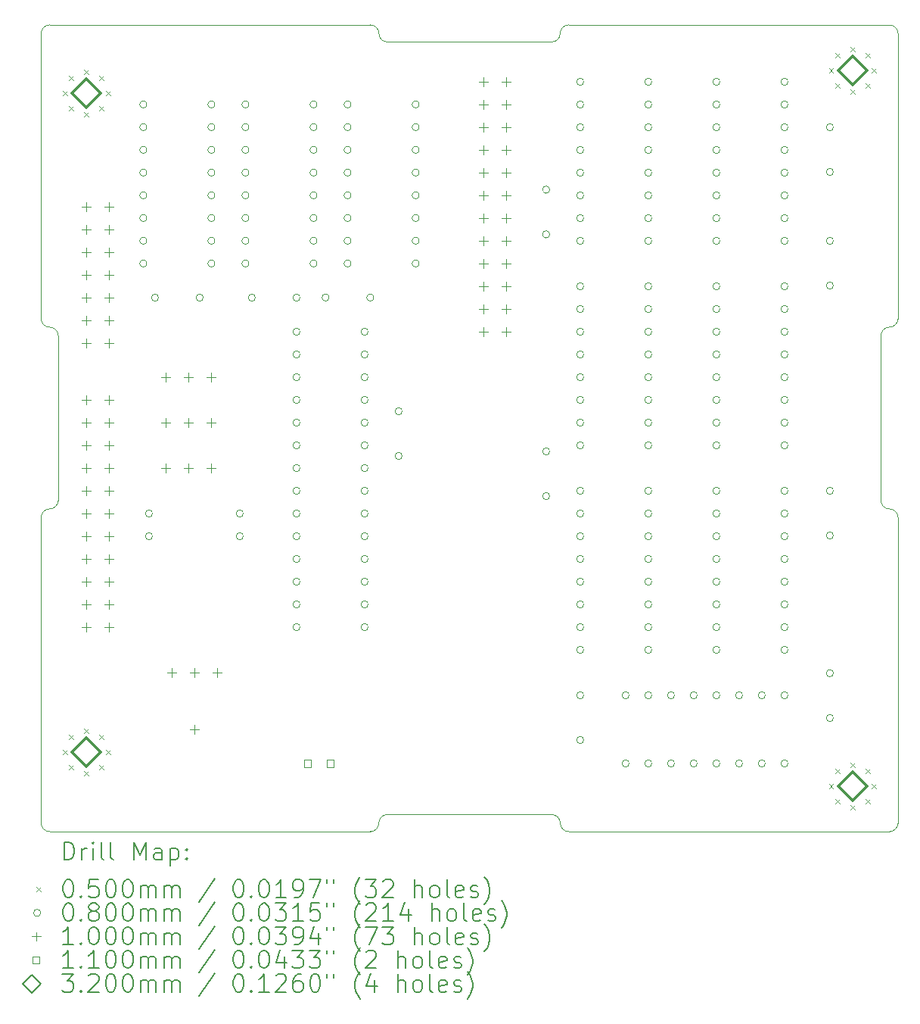
<source format=gbr>
%TF.GenerationSoftware,KiCad,Pcbnew,9.0.1*%
%TF.CreationDate,2025-04-29T21:51:00+02:00*%
%TF.ProjectId,DistributedPulseModulation,44697374-7269-4627-9574-656450756c73,rev?*%
%TF.SameCoordinates,Original*%
%TF.FileFunction,Drillmap*%
%TF.FilePolarity,Positive*%
%FSLAX45Y45*%
G04 Gerber Fmt 4.5, Leading zero omitted, Abs format (unit mm)*
G04 Created by KiCad (PCBNEW 9.0.1) date 2025-04-29 21:51:00*
%MOMM*%
%LPD*%
G01*
G04 APERTURE LIST*
%ADD10C,0.100000*%
%ADD11C,0.200000*%
%ADD12C,0.110000*%
%ADD13C,0.320000*%
G04 APERTURE END LIST*
D10*
X4318000Y-9759950D02*
X4318000Y-7918450D01*
X7907020Y-13366750D02*
G75*
G02*
X8002270Y-13271500I95250J0D01*
G01*
X9936480Y-4540250D02*
G75*
G02*
X10031730Y-4445000I95250J0D01*
G01*
X4222750Y-13462000D02*
G75*
G02*
X4127500Y-13366750I0J95250D01*
G01*
X4318000Y-9759950D02*
G75*
G02*
X4222750Y-9855200I-95250J0D01*
G01*
X4127500Y-4540250D02*
G75*
G02*
X4222750Y-4445000I95250J0D01*
G01*
X4127500Y-9950450D02*
G75*
G02*
X4222750Y-9855200I95250J0D01*
G01*
X4222750Y-7823200D02*
G75*
G02*
X4318000Y-7918450I0J-95250D01*
G01*
X9936480Y-4540250D02*
G75*
G02*
X9841230Y-4635500I-95250J0D01*
G01*
X8002270Y-4635500D02*
X9841230Y-4635500D01*
X13620750Y-9855200D02*
G75*
G02*
X13525500Y-9759950I0J95250D01*
G01*
X13716000Y-7727950D02*
X13716000Y-4540250D01*
X9841230Y-13271500D02*
G75*
G02*
X9936480Y-13366750I0J-95250D01*
G01*
X13716000Y-13366750D02*
X13716000Y-9950450D01*
X7907020Y-13366750D02*
G75*
G02*
X7811770Y-13462000I-95250J0D01*
G01*
X4222750Y-13462000D02*
X7811770Y-13462000D01*
X4127500Y-13366750D02*
X4127500Y-9950450D01*
X4222750Y-4445000D02*
X7811770Y-4445000D01*
X13620750Y-9855200D02*
G75*
G02*
X13716000Y-9950450I0J-95250D01*
G01*
X13716000Y-7727950D02*
G75*
G02*
X13620750Y-7823200I-95250J0D01*
G01*
X10031730Y-13462000D02*
G75*
G02*
X9936480Y-13366750I0J95250D01*
G01*
X13525500Y-9759950D02*
X13525500Y-7918450D01*
X7811770Y-4445000D02*
G75*
G02*
X7907020Y-4540250I0J-95250D01*
G01*
X8002270Y-4635500D02*
G75*
G02*
X7907020Y-4540250I0J95250D01*
G01*
X10031730Y-4445000D02*
X13620750Y-4445000D01*
X13525500Y-7918450D02*
G75*
G02*
X13620750Y-7823200I95250J0D01*
G01*
X13716000Y-13366750D02*
G75*
G02*
X13620750Y-13462000I-95250J0D01*
G01*
X10031730Y-13462000D02*
X13620750Y-13462000D01*
X8002270Y-13271500D02*
X9841230Y-13271500D01*
X4127500Y-7727950D02*
X4127500Y-4540250D01*
X13620750Y-4445000D02*
G75*
G02*
X13716000Y-4540250I0J-95250D01*
G01*
X4222750Y-7823200D02*
G75*
G02*
X4127500Y-7727950I0J95250D01*
G01*
D11*
D10*
X4370500Y-5182000D02*
X4420500Y-5232000D01*
X4420500Y-5182000D02*
X4370500Y-5232000D01*
X4370500Y-12548000D02*
X4420500Y-12598000D01*
X4420500Y-12548000D02*
X4370500Y-12598000D01*
X4440794Y-5012294D02*
X4490794Y-5062294D01*
X4490794Y-5012294D02*
X4440794Y-5062294D01*
X4440794Y-5351706D02*
X4490794Y-5401706D01*
X4490794Y-5351706D02*
X4440794Y-5401706D01*
X4440794Y-12378294D02*
X4490794Y-12428294D01*
X4490794Y-12378294D02*
X4440794Y-12428294D01*
X4440794Y-12717706D02*
X4490794Y-12767706D01*
X4490794Y-12717706D02*
X4440794Y-12767706D01*
X4610500Y-4942000D02*
X4660500Y-4992000D01*
X4660500Y-4942000D02*
X4610500Y-4992000D01*
X4610500Y-5422000D02*
X4660500Y-5472000D01*
X4660500Y-5422000D02*
X4610500Y-5472000D01*
X4610500Y-12308000D02*
X4660500Y-12358000D01*
X4660500Y-12308000D02*
X4610500Y-12358000D01*
X4610500Y-12788000D02*
X4660500Y-12838000D01*
X4660500Y-12788000D02*
X4610500Y-12838000D01*
X4780206Y-5012294D02*
X4830206Y-5062294D01*
X4830206Y-5012294D02*
X4780206Y-5062294D01*
X4780206Y-5351706D02*
X4830206Y-5401706D01*
X4830206Y-5351706D02*
X4780206Y-5401706D01*
X4780206Y-12378294D02*
X4830206Y-12428294D01*
X4830206Y-12378294D02*
X4780206Y-12428294D01*
X4780206Y-12717706D02*
X4830206Y-12767706D01*
X4830206Y-12717706D02*
X4780206Y-12767706D01*
X4850500Y-5182000D02*
X4900500Y-5232000D01*
X4900500Y-5182000D02*
X4850500Y-5232000D01*
X4850500Y-12548000D02*
X4900500Y-12598000D01*
X4900500Y-12548000D02*
X4850500Y-12598000D01*
X12943000Y-4928000D02*
X12993000Y-4978000D01*
X12993000Y-4928000D02*
X12943000Y-4978000D01*
X12943000Y-12929000D02*
X12993000Y-12979000D01*
X12993000Y-12929000D02*
X12943000Y-12979000D01*
X13013294Y-4758294D02*
X13063294Y-4808294D01*
X13063294Y-4758294D02*
X13013294Y-4808294D01*
X13013294Y-5097706D02*
X13063294Y-5147706D01*
X13063294Y-5097706D02*
X13013294Y-5147706D01*
X13013294Y-12759294D02*
X13063294Y-12809294D01*
X13063294Y-12759294D02*
X13013294Y-12809294D01*
X13013294Y-13098706D02*
X13063294Y-13148706D01*
X13063294Y-13098706D02*
X13013294Y-13148706D01*
X13183000Y-4688000D02*
X13233000Y-4738000D01*
X13233000Y-4688000D02*
X13183000Y-4738000D01*
X13183000Y-5168000D02*
X13233000Y-5218000D01*
X13233000Y-5168000D02*
X13183000Y-5218000D01*
X13183000Y-12689000D02*
X13233000Y-12739000D01*
X13233000Y-12689000D02*
X13183000Y-12739000D01*
X13183000Y-13169000D02*
X13233000Y-13219000D01*
X13233000Y-13169000D02*
X13183000Y-13219000D01*
X13352706Y-4758294D02*
X13402706Y-4808294D01*
X13402706Y-4758294D02*
X13352706Y-4808294D01*
X13352706Y-5097706D02*
X13402706Y-5147706D01*
X13402706Y-5097706D02*
X13352706Y-5147706D01*
X13352706Y-12759294D02*
X13402706Y-12809294D01*
X13402706Y-12759294D02*
X13352706Y-12809294D01*
X13352706Y-13098706D02*
X13402706Y-13148706D01*
X13402706Y-13098706D02*
X13352706Y-13148706D01*
X13423000Y-4928000D02*
X13473000Y-4978000D01*
X13473000Y-4928000D02*
X13423000Y-4978000D01*
X13423000Y-12929000D02*
X13473000Y-12979000D01*
X13473000Y-12929000D02*
X13423000Y-12979000D01*
X5310500Y-5334000D02*
G75*
G02*
X5230500Y-5334000I-40000J0D01*
G01*
X5230500Y-5334000D02*
G75*
G02*
X5310500Y-5334000I40000J0D01*
G01*
X5310500Y-5588000D02*
G75*
G02*
X5230500Y-5588000I-40000J0D01*
G01*
X5230500Y-5588000D02*
G75*
G02*
X5310500Y-5588000I40000J0D01*
G01*
X5310500Y-5842000D02*
G75*
G02*
X5230500Y-5842000I-40000J0D01*
G01*
X5230500Y-5842000D02*
G75*
G02*
X5310500Y-5842000I40000J0D01*
G01*
X5310500Y-6096000D02*
G75*
G02*
X5230500Y-6096000I-40000J0D01*
G01*
X5230500Y-6096000D02*
G75*
G02*
X5310500Y-6096000I40000J0D01*
G01*
X5310500Y-6350000D02*
G75*
G02*
X5230500Y-6350000I-40000J0D01*
G01*
X5230500Y-6350000D02*
G75*
G02*
X5310500Y-6350000I40000J0D01*
G01*
X5310500Y-6604000D02*
G75*
G02*
X5230500Y-6604000I-40000J0D01*
G01*
X5230500Y-6604000D02*
G75*
G02*
X5310500Y-6604000I40000J0D01*
G01*
X5310500Y-6858000D02*
G75*
G02*
X5230500Y-6858000I-40000J0D01*
G01*
X5230500Y-6858000D02*
G75*
G02*
X5310500Y-6858000I40000J0D01*
G01*
X5310500Y-7112000D02*
G75*
G02*
X5230500Y-7112000I-40000J0D01*
G01*
X5230500Y-7112000D02*
G75*
G02*
X5310500Y-7112000I40000J0D01*
G01*
X5374000Y-9906000D02*
G75*
G02*
X5294000Y-9906000I-40000J0D01*
G01*
X5294000Y-9906000D02*
G75*
G02*
X5374000Y-9906000I40000J0D01*
G01*
X5374000Y-10160000D02*
G75*
G02*
X5294000Y-10160000I-40000J0D01*
G01*
X5294000Y-10160000D02*
G75*
G02*
X5374000Y-10160000I40000J0D01*
G01*
X5441500Y-7493000D02*
G75*
G02*
X5361500Y-7493000I-40000J0D01*
G01*
X5361500Y-7493000D02*
G75*
G02*
X5441500Y-7493000I40000J0D01*
G01*
X5941500Y-7493000D02*
G75*
G02*
X5861500Y-7493000I-40000J0D01*
G01*
X5861500Y-7493000D02*
G75*
G02*
X5941500Y-7493000I40000J0D01*
G01*
X6072500Y-5334000D02*
G75*
G02*
X5992500Y-5334000I-40000J0D01*
G01*
X5992500Y-5334000D02*
G75*
G02*
X6072500Y-5334000I40000J0D01*
G01*
X6072500Y-5588000D02*
G75*
G02*
X5992500Y-5588000I-40000J0D01*
G01*
X5992500Y-5588000D02*
G75*
G02*
X6072500Y-5588000I40000J0D01*
G01*
X6072500Y-5842000D02*
G75*
G02*
X5992500Y-5842000I-40000J0D01*
G01*
X5992500Y-5842000D02*
G75*
G02*
X6072500Y-5842000I40000J0D01*
G01*
X6072500Y-6096000D02*
G75*
G02*
X5992500Y-6096000I-40000J0D01*
G01*
X5992500Y-6096000D02*
G75*
G02*
X6072500Y-6096000I40000J0D01*
G01*
X6072500Y-6350000D02*
G75*
G02*
X5992500Y-6350000I-40000J0D01*
G01*
X5992500Y-6350000D02*
G75*
G02*
X6072500Y-6350000I40000J0D01*
G01*
X6072500Y-6604000D02*
G75*
G02*
X5992500Y-6604000I-40000J0D01*
G01*
X5992500Y-6604000D02*
G75*
G02*
X6072500Y-6604000I40000J0D01*
G01*
X6072500Y-6858000D02*
G75*
G02*
X5992500Y-6858000I-40000J0D01*
G01*
X5992500Y-6858000D02*
G75*
G02*
X6072500Y-6858000I40000J0D01*
G01*
X6072500Y-7112000D02*
G75*
G02*
X5992500Y-7112000I-40000J0D01*
G01*
X5992500Y-7112000D02*
G75*
G02*
X6072500Y-7112000I40000J0D01*
G01*
X6390000Y-9906000D02*
G75*
G02*
X6310000Y-9906000I-40000J0D01*
G01*
X6310000Y-9906000D02*
G75*
G02*
X6390000Y-9906000I40000J0D01*
G01*
X6390000Y-10160000D02*
G75*
G02*
X6310000Y-10160000I-40000J0D01*
G01*
X6310000Y-10160000D02*
G75*
G02*
X6390000Y-10160000I40000J0D01*
G01*
X6453500Y-5334000D02*
G75*
G02*
X6373500Y-5334000I-40000J0D01*
G01*
X6373500Y-5334000D02*
G75*
G02*
X6453500Y-5334000I40000J0D01*
G01*
X6453500Y-5588000D02*
G75*
G02*
X6373500Y-5588000I-40000J0D01*
G01*
X6373500Y-5588000D02*
G75*
G02*
X6453500Y-5588000I40000J0D01*
G01*
X6453500Y-5842000D02*
G75*
G02*
X6373500Y-5842000I-40000J0D01*
G01*
X6373500Y-5842000D02*
G75*
G02*
X6453500Y-5842000I40000J0D01*
G01*
X6453500Y-6096000D02*
G75*
G02*
X6373500Y-6096000I-40000J0D01*
G01*
X6373500Y-6096000D02*
G75*
G02*
X6453500Y-6096000I40000J0D01*
G01*
X6453500Y-6350000D02*
G75*
G02*
X6373500Y-6350000I-40000J0D01*
G01*
X6373500Y-6350000D02*
G75*
G02*
X6453500Y-6350000I40000J0D01*
G01*
X6453500Y-6604000D02*
G75*
G02*
X6373500Y-6604000I-40000J0D01*
G01*
X6373500Y-6604000D02*
G75*
G02*
X6453500Y-6604000I40000J0D01*
G01*
X6453500Y-6858000D02*
G75*
G02*
X6373500Y-6858000I-40000J0D01*
G01*
X6373500Y-6858000D02*
G75*
G02*
X6453500Y-6858000I40000J0D01*
G01*
X6453500Y-7112000D02*
G75*
G02*
X6373500Y-7112000I-40000J0D01*
G01*
X6373500Y-7112000D02*
G75*
G02*
X6453500Y-7112000I40000J0D01*
G01*
X6525000Y-7493000D02*
G75*
G02*
X6445000Y-7493000I-40000J0D01*
G01*
X6445000Y-7493000D02*
G75*
G02*
X6525000Y-7493000I40000J0D01*
G01*
X7025000Y-7493000D02*
G75*
G02*
X6945000Y-7493000I-40000J0D01*
G01*
X6945000Y-7493000D02*
G75*
G02*
X7025000Y-7493000I40000J0D01*
G01*
X7025000Y-7874000D02*
G75*
G02*
X6945000Y-7874000I-40000J0D01*
G01*
X6945000Y-7874000D02*
G75*
G02*
X7025000Y-7874000I40000J0D01*
G01*
X7025000Y-8128000D02*
G75*
G02*
X6945000Y-8128000I-40000J0D01*
G01*
X6945000Y-8128000D02*
G75*
G02*
X7025000Y-8128000I40000J0D01*
G01*
X7025000Y-8382000D02*
G75*
G02*
X6945000Y-8382000I-40000J0D01*
G01*
X6945000Y-8382000D02*
G75*
G02*
X7025000Y-8382000I40000J0D01*
G01*
X7025000Y-8636000D02*
G75*
G02*
X6945000Y-8636000I-40000J0D01*
G01*
X6945000Y-8636000D02*
G75*
G02*
X7025000Y-8636000I40000J0D01*
G01*
X7025000Y-8890000D02*
G75*
G02*
X6945000Y-8890000I-40000J0D01*
G01*
X6945000Y-8890000D02*
G75*
G02*
X7025000Y-8890000I40000J0D01*
G01*
X7025000Y-9144000D02*
G75*
G02*
X6945000Y-9144000I-40000J0D01*
G01*
X6945000Y-9144000D02*
G75*
G02*
X7025000Y-9144000I40000J0D01*
G01*
X7025000Y-9398000D02*
G75*
G02*
X6945000Y-9398000I-40000J0D01*
G01*
X6945000Y-9398000D02*
G75*
G02*
X7025000Y-9398000I40000J0D01*
G01*
X7025000Y-9652000D02*
G75*
G02*
X6945000Y-9652000I-40000J0D01*
G01*
X6945000Y-9652000D02*
G75*
G02*
X7025000Y-9652000I40000J0D01*
G01*
X7025000Y-9906000D02*
G75*
G02*
X6945000Y-9906000I-40000J0D01*
G01*
X6945000Y-9906000D02*
G75*
G02*
X7025000Y-9906000I40000J0D01*
G01*
X7025000Y-10160000D02*
G75*
G02*
X6945000Y-10160000I-40000J0D01*
G01*
X6945000Y-10160000D02*
G75*
G02*
X7025000Y-10160000I40000J0D01*
G01*
X7025000Y-10414000D02*
G75*
G02*
X6945000Y-10414000I-40000J0D01*
G01*
X6945000Y-10414000D02*
G75*
G02*
X7025000Y-10414000I40000J0D01*
G01*
X7025000Y-10668000D02*
G75*
G02*
X6945000Y-10668000I-40000J0D01*
G01*
X6945000Y-10668000D02*
G75*
G02*
X7025000Y-10668000I40000J0D01*
G01*
X7025000Y-10922000D02*
G75*
G02*
X6945000Y-10922000I-40000J0D01*
G01*
X6945000Y-10922000D02*
G75*
G02*
X7025000Y-10922000I40000J0D01*
G01*
X7025000Y-11176000D02*
G75*
G02*
X6945000Y-11176000I-40000J0D01*
G01*
X6945000Y-11176000D02*
G75*
G02*
X7025000Y-11176000I40000J0D01*
G01*
X7215500Y-5334000D02*
G75*
G02*
X7135500Y-5334000I-40000J0D01*
G01*
X7135500Y-5334000D02*
G75*
G02*
X7215500Y-5334000I40000J0D01*
G01*
X7215500Y-5588000D02*
G75*
G02*
X7135500Y-5588000I-40000J0D01*
G01*
X7135500Y-5588000D02*
G75*
G02*
X7215500Y-5588000I40000J0D01*
G01*
X7215500Y-5842000D02*
G75*
G02*
X7135500Y-5842000I-40000J0D01*
G01*
X7135500Y-5842000D02*
G75*
G02*
X7215500Y-5842000I40000J0D01*
G01*
X7215500Y-6096000D02*
G75*
G02*
X7135500Y-6096000I-40000J0D01*
G01*
X7135500Y-6096000D02*
G75*
G02*
X7215500Y-6096000I40000J0D01*
G01*
X7215500Y-6350000D02*
G75*
G02*
X7135500Y-6350000I-40000J0D01*
G01*
X7135500Y-6350000D02*
G75*
G02*
X7215500Y-6350000I40000J0D01*
G01*
X7215500Y-6604000D02*
G75*
G02*
X7135500Y-6604000I-40000J0D01*
G01*
X7135500Y-6604000D02*
G75*
G02*
X7215500Y-6604000I40000J0D01*
G01*
X7215500Y-6858000D02*
G75*
G02*
X7135500Y-6858000I-40000J0D01*
G01*
X7135500Y-6858000D02*
G75*
G02*
X7215500Y-6858000I40000J0D01*
G01*
X7215500Y-7112000D02*
G75*
G02*
X7135500Y-7112000I-40000J0D01*
G01*
X7135500Y-7112000D02*
G75*
G02*
X7215500Y-7112000I40000J0D01*
G01*
X7350500Y-7493000D02*
G75*
G02*
X7270500Y-7493000I-40000J0D01*
G01*
X7270500Y-7493000D02*
G75*
G02*
X7350500Y-7493000I40000J0D01*
G01*
X7596500Y-5334000D02*
G75*
G02*
X7516500Y-5334000I-40000J0D01*
G01*
X7516500Y-5334000D02*
G75*
G02*
X7596500Y-5334000I40000J0D01*
G01*
X7596500Y-5588000D02*
G75*
G02*
X7516500Y-5588000I-40000J0D01*
G01*
X7516500Y-5588000D02*
G75*
G02*
X7596500Y-5588000I40000J0D01*
G01*
X7596500Y-5842000D02*
G75*
G02*
X7516500Y-5842000I-40000J0D01*
G01*
X7516500Y-5842000D02*
G75*
G02*
X7596500Y-5842000I40000J0D01*
G01*
X7596500Y-6096000D02*
G75*
G02*
X7516500Y-6096000I-40000J0D01*
G01*
X7516500Y-6096000D02*
G75*
G02*
X7596500Y-6096000I40000J0D01*
G01*
X7596500Y-6350000D02*
G75*
G02*
X7516500Y-6350000I-40000J0D01*
G01*
X7516500Y-6350000D02*
G75*
G02*
X7596500Y-6350000I40000J0D01*
G01*
X7596500Y-6604000D02*
G75*
G02*
X7516500Y-6604000I-40000J0D01*
G01*
X7516500Y-6604000D02*
G75*
G02*
X7596500Y-6604000I40000J0D01*
G01*
X7596500Y-6858000D02*
G75*
G02*
X7516500Y-6858000I-40000J0D01*
G01*
X7516500Y-6858000D02*
G75*
G02*
X7596500Y-6858000I40000J0D01*
G01*
X7596500Y-7112000D02*
G75*
G02*
X7516500Y-7112000I-40000J0D01*
G01*
X7516500Y-7112000D02*
G75*
G02*
X7596500Y-7112000I40000J0D01*
G01*
X7787000Y-7874000D02*
G75*
G02*
X7707000Y-7874000I-40000J0D01*
G01*
X7707000Y-7874000D02*
G75*
G02*
X7787000Y-7874000I40000J0D01*
G01*
X7787000Y-8128000D02*
G75*
G02*
X7707000Y-8128000I-40000J0D01*
G01*
X7707000Y-8128000D02*
G75*
G02*
X7787000Y-8128000I40000J0D01*
G01*
X7787000Y-8382000D02*
G75*
G02*
X7707000Y-8382000I-40000J0D01*
G01*
X7707000Y-8382000D02*
G75*
G02*
X7787000Y-8382000I40000J0D01*
G01*
X7787000Y-8636000D02*
G75*
G02*
X7707000Y-8636000I-40000J0D01*
G01*
X7707000Y-8636000D02*
G75*
G02*
X7787000Y-8636000I40000J0D01*
G01*
X7787000Y-8890000D02*
G75*
G02*
X7707000Y-8890000I-40000J0D01*
G01*
X7707000Y-8890000D02*
G75*
G02*
X7787000Y-8890000I40000J0D01*
G01*
X7787000Y-9144000D02*
G75*
G02*
X7707000Y-9144000I-40000J0D01*
G01*
X7707000Y-9144000D02*
G75*
G02*
X7787000Y-9144000I40000J0D01*
G01*
X7787000Y-9398000D02*
G75*
G02*
X7707000Y-9398000I-40000J0D01*
G01*
X7707000Y-9398000D02*
G75*
G02*
X7787000Y-9398000I40000J0D01*
G01*
X7787000Y-9652000D02*
G75*
G02*
X7707000Y-9652000I-40000J0D01*
G01*
X7707000Y-9652000D02*
G75*
G02*
X7787000Y-9652000I40000J0D01*
G01*
X7787000Y-9906000D02*
G75*
G02*
X7707000Y-9906000I-40000J0D01*
G01*
X7707000Y-9906000D02*
G75*
G02*
X7787000Y-9906000I40000J0D01*
G01*
X7787000Y-10160000D02*
G75*
G02*
X7707000Y-10160000I-40000J0D01*
G01*
X7707000Y-10160000D02*
G75*
G02*
X7787000Y-10160000I40000J0D01*
G01*
X7787000Y-10414000D02*
G75*
G02*
X7707000Y-10414000I-40000J0D01*
G01*
X7707000Y-10414000D02*
G75*
G02*
X7787000Y-10414000I40000J0D01*
G01*
X7787000Y-10668000D02*
G75*
G02*
X7707000Y-10668000I-40000J0D01*
G01*
X7707000Y-10668000D02*
G75*
G02*
X7787000Y-10668000I40000J0D01*
G01*
X7787000Y-10922000D02*
G75*
G02*
X7707000Y-10922000I-40000J0D01*
G01*
X7707000Y-10922000D02*
G75*
G02*
X7787000Y-10922000I40000J0D01*
G01*
X7787000Y-11176000D02*
G75*
G02*
X7707000Y-11176000I-40000J0D01*
G01*
X7707000Y-11176000D02*
G75*
G02*
X7787000Y-11176000I40000J0D01*
G01*
X7850500Y-7493000D02*
G75*
G02*
X7770500Y-7493000I-40000J0D01*
G01*
X7770500Y-7493000D02*
G75*
G02*
X7850500Y-7493000I40000J0D01*
G01*
X8168000Y-8763000D02*
G75*
G02*
X8088000Y-8763000I-40000J0D01*
G01*
X8088000Y-8763000D02*
G75*
G02*
X8168000Y-8763000I40000J0D01*
G01*
X8168000Y-9263000D02*
G75*
G02*
X8088000Y-9263000I-40000J0D01*
G01*
X8088000Y-9263000D02*
G75*
G02*
X8168000Y-9263000I40000J0D01*
G01*
X8358500Y-5334000D02*
G75*
G02*
X8278500Y-5334000I-40000J0D01*
G01*
X8278500Y-5334000D02*
G75*
G02*
X8358500Y-5334000I40000J0D01*
G01*
X8358500Y-5588000D02*
G75*
G02*
X8278500Y-5588000I-40000J0D01*
G01*
X8278500Y-5588000D02*
G75*
G02*
X8358500Y-5588000I40000J0D01*
G01*
X8358500Y-5842000D02*
G75*
G02*
X8278500Y-5842000I-40000J0D01*
G01*
X8278500Y-5842000D02*
G75*
G02*
X8358500Y-5842000I40000J0D01*
G01*
X8358500Y-6096000D02*
G75*
G02*
X8278500Y-6096000I-40000J0D01*
G01*
X8278500Y-6096000D02*
G75*
G02*
X8358500Y-6096000I40000J0D01*
G01*
X8358500Y-6350000D02*
G75*
G02*
X8278500Y-6350000I-40000J0D01*
G01*
X8278500Y-6350000D02*
G75*
G02*
X8358500Y-6350000I40000J0D01*
G01*
X8358500Y-6604000D02*
G75*
G02*
X8278500Y-6604000I-40000J0D01*
G01*
X8278500Y-6604000D02*
G75*
G02*
X8358500Y-6604000I40000J0D01*
G01*
X8358500Y-6858000D02*
G75*
G02*
X8278500Y-6858000I-40000J0D01*
G01*
X8278500Y-6858000D02*
G75*
G02*
X8358500Y-6858000I40000J0D01*
G01*
X8358500Y-7112000D02*
G75*
G02*
X8278500Y-7112000I-40000J0D01*
G01*
X8278500Y-7112000D02*
G75*
G02*
X8358500Y-7112000I40000J0D01*
G01*
X9819000Y-6286500D02*
G75*
G02*
X9739000Y-6286500I-40000J0D01*
G01*
X9739000Y-6286500D02*
G75*
G02*
X9819000Y-6286500I40000J0D01*
G01*
X9819000Y-6786500D02*
G75*
G02*
X9739000Y-6786500I-40000J0D01*
G01*
X9739000Y-6786500D02*
G75*
G02*
X9819000Y-6786500I40000J0D01*
G01*
X9819000Y-9211500D02*
G75*
G02*
X9739000Y-9211500I-40000J0D01*
G01*
X9739000Y-9211500D02*
G75*
G02*
X9819000Y-9211500I40000J0D01*
G01*
X9819000Y-9711500D02*
G75*
G02*
X9739000Y-9711500I-40000J0D01*
G01*
X9739000Y-9711500D02*
G75*
G02*
X9819000Y-9711500I40000J0D01*
G01*
X10200000Y-5080000D02*
G75*
G02*
X10120000Y-5080000I-40000J0D01*
G01*
X10120000Y-5080000D02*
G75*
G02*
X10200000Y-5080000I40000J0D01*
G01*
X10200000Y-5334000D02*
G75*
G02*
X10120000Y-5334000I-40000J0D01*
G01*
X10120000Y-5334000D02*
G75*
G02*
X10200000Y-5334000I40000J0D01*
G01*
X10200000Y-5588000D02*
G75*
G02*
X10120000Y-5588000I-40000J0D01*
G01*
X10120000Y-5588000D02*
G75*
G02*
X10200000Y-5588000I40000J0D01*
G01*
X10200000Y-5842000D02*
G75*
G02*
X10120000Y-5842000I-40000J0D01*
G01*
X10120000Y-5842000D02*
G75*
G02*
X10200000Y-5842000I40000J0D01*
G01*
X10200000Y-6096000D02*
G75*
G02*
X10120000Y-6096000I-40000J0D01*
G01*
X10120000Y-6096000D02*
G75*
G02*
X10200000Y-6096000I40000J0D01*
G01*
X10200000Y-6350000D02*
G75*
G02*
X10120000Y-6350000I-40000J0D01*
G01*
X10120000Y-6350000D02*
G75*
G02*
X10200000Y-6350000I40000J0D01*
G01*
X10200000Y-6604000D02*
G75*
G02*
X10120000Y-6604000I-40000J0D01*
G01*
X10120000Y-6604000D02*
G75*
G02*
X10200000Y-6604000I40000J0D01*
G01*
X10200000Y-6858000D02*
G75*
G02*
X10120000Y-6858000I-40000J0D01*
G01*
X10120000Y-6858000D02*
G75*
G02*
X10200000Y-6858000I40000J0D01*
G01*
X10200000Y-7366000D02*
G75*
G02*
X10120000Y-7366000I-40000J0D01*
G01*
X10120000Y-7366000D02*
G75*
G02*
X10200000Y-7366000I40000J0D01*
G01*
X10200000Y-7620000D02*
G75*
G02*
X10120000Y-7620000I-40000J0D01*
G01*
X10120000Y-7620000D02*
G75*
G02*
X10200000Y-7620000I40000J0D01*
G01*
X10200000Y-7874000D02*
G75*
G02*
X10120000Y-7874000I-40000J0D01*
G01*
X10120000Y-7874000D02*
G75*
G02*
X10200000Y-7874000I40000J0D01*
G01*
X10200000Y-8128000D02*
G75*
G02*
X10120000Y-8128000I-40000J0D01*
G01*
X10120000Y-8128000D02*
G75*
G02*
X10200000Y-8128000I40000J0D01*
G01*
X10200000Y-8382000D02*
G75*
G02*
X10120000Y-8382000I-40000J0D01*
G01*
X10120000Y-8382000D02*
G75*
G02*
X10200000Y-8382000I40000J0D01*
G01*
X10200000Y-8636000D02*
G75*
G02*
X10120000Y-8636000I-40000J0D01*
G01*
X10120000Y-8636000D02*
G75*
G02*
X10200000Y-8636000I40000J0D01*
G01*
X10200000Y-8890000D02*
G75*
G02*
X10120000Y-8890000I-40000J0D01*
G01*
X10120000Y-8890000D02*
G75*
G02*
X10200000Y-8890000I40000J0D01*
G01*
X10200000Y-9144000D02*
G75*
G02*
X10120000Y-9144000I-40000J0D01*
G01*
X10120000Y-9144000D02*
G75*
G02*
X10200000Y-9144000I40000J0D01*
G01*
X10200000Y-9652000D02*
G75*
G02*
X10120000Y-9652000I-40000J0D01*
G01*
X10120000Y-9652000D02*
G75*
G02*
X10200000Y-9652000I40000J0D01*
G01*
X10200000Y-9906000D02*
G75*
G02*
X10120000Y-9906000I-40000J0D01*
G01*
X10120000Y-9906000D02*
G75*
G02*
X10200000Y-9906000I40000J0D01*
G01*
X10200000Y-10160000D02*
G75*
G02*
X10120000Y-10160000I-40000J0D01*
G01*
X10120000Y-10160000D02*
G75*
G02*
X10200000Y-10160000I40000J0D01*
G01*
X10200000Y-10414000D02*
G75*
G02*
X10120000Y-10414000I-40000J0D01*
G01*
X10120000Y-10414000D02*
G75*
G02*
X10200000Y-10414000I40000J0D01*
G01*
X10200000Y-10668000D02*
G75*
G02*
X10120000Y-10668000I-40000J0D01*
G01*
X10120000Y-10668000D02*
G75*
G02*
X10200000Y-10668000I40000J0D01*
G01*
X10200000Y-10922000D02*
G75*
G02*
X10120000Y-10922000I-40000J0D01*
G01*
X10120000Y-10922000D02*
G75*
G02*
X10200000Y-10922000I40000J0D01*
G01*
X10200000Y-11176000D02*
G75*
G02*
X10120000Y-11176000I-40000J0D01*
G01*
X10120000Y-11176000D02*
G75*
G02*
X10200000Y-11176000I40000J0D01*
G01*
X10200000Y-11430000D02*
G75*
G02*
X10120000Y-11430000I-40000J0D01*
G01*
X10120000Y-11430000D02*
G75*
G02*
X10200000Y-11430000I40000J0D01*
G01*
X10200000Y-11938000D02*
G75*
G02*
X10120000Y-11938000I-40000J0D01*
G01*
X10120000Y-11938000D02*
G75*
G02*
X10200000Y-11938000I40000J0D01*
G01*
X10200000Y-12438000D02*
G75*
G02*
X10120000Y-12438000I-40000J0D01*
G01*
X10120000Y-12438000D02*
G75*
G02*
X10200000Y-12438000I40000J0D01*
G01*
X10708000Y-11938000D02*
G75*
G02*
X10628000Y-11938000I-40000J0D01*
G01*
X10628000Y-11938000D02*
G75*
G02*
X10708000Y-11938000I40000J0D01*
G01*
X10708000Y-12700000D02*
G75*
G02*
X10628000Y-12700000I-40000J0D01*
G01*
X10628000Y-12700000D02*
G75*
G02*
X10708000Y-12700000I40000J0D01*
G01*
X10962000Y-5080000D02*
G75*
G02*
X10882000Y-5080000I-40000J0D01*
G01*
X10882000Y-5080000D02*
G75*
G02*
X10962000Y-5080000I40000J0D01*
G01*
X10962000Y-5334000D02*
G75*
G02*
X10882000Y-5334000I-40000J0D01*
G01*
X10882000Y-5334000D02*
G75*
G02*
X10962000Y-5334000I40000J0D01*
G01*
X10962000Y-5588000D02*
G75*
G02*
X10882000Y-5588000I-40000J0D01*
G01*
X10882000Y-5588000D02*
G75*
G02*
X10962000Y-5588000I40000J0D01*
G01*
X10962000Y-5842000D02*
G75*
G02*
X10882000Y-5842000I-40000J0D01*
G01*
X10882000Y-5842000D02*
G75*
G02*
X10962000Y-5842000I40000J0D01*
G01*
X10962000Y-6096000D02*
G75*
G02*
X10882000Y-6096000I-40000J0D01*
G01*
X10882000Y-6096000D02*
G75*
G02*
X10962000Y-6096000I40000J0D01*
G01*
X10962000Y-6350000D02*
G75*
G02*
X10882000Y-6350000I-40000J0D01*
G01*
X10882000Y-6350000D02*
G75*
G02*
X10962000Y-6350000I40000J0D01*
G01*
X10962000Y-6604000D02*
G75*
G02*
X10882000Y-6604000I-40000J0D01*
G01*
X10882000Y-6604000D02*
G75*
G02*
X10962000Y-6604000I40000J0D01*
G01*
X10962000Y-6858000D02*
G75*
G02*
X10882000Y-6858000I-40000J0D01*
G01*
X10882000Y-6858000D02*
G75*
G02*
X10962000Y-6858000I40000J0D01*
G01*
X10962000Y-7366000D02*
G75*
G02*
X10882000Y-7366000I-40000J0D01*
G01*
X10882000Y-7366000D02*
G75*
G02*
X10962000Y-7366000I40000J0D01*
G01*
X10962000Y-7620000D02*
G75*
G02*
X10882000Y-7620000I-40000J0D01*
G01*
X10882000Y-7620000D02*
G75*
G02*
X10962000Y-7620000I40000J0D01*
G01*
X10962000Y-7874000D02*
G75*
G02*
X10882000Y-7874000I-40000J0D01*
G01*
X10882000Y-7874000D02*
G75*
G02*
X10962000Y-7874000I40000J0D01*
G01*
X10962000Y-8128000D02*
G75*
G02*
X10882000Y-8128000I-40000J0D01*
G01*
X10882000Y-8128000D02*
G75*
G02*
X10962000Y-8128000I40000J0D01*
G01*
X10962000Y-8382000D02*
G75*
G02*
X10882000Y-8382000I-40000J0D01*
G01*
X10882000Y-8382000D02*
G75*
G02*
X10962000Y-8382000I40000J0D01*
G01*
X10962000Y-8636000D02*
G75*
G02*
X10882000Y-8636000I-40000J0D01*
G01*
X10882000Y-8636000D02*
G75*
G02*
X10962000Y-8636000I40000J0D01*
G01*
X10962000Y-8890000D02*
G75*
G02*
X10882000Y-8890000I-40000J0D01*
G01*
X10882000Y-8890000D02*
G75*
G02*
X10962000Y-8890000I40000J0D01*
G01*
X10962000Y-9144000D02*
G75*
G02*
X10882000Y-9144000I-40000J0D01*
G01*
X10882000Y-9144000D02*
G75*
G02*
X10962000Y-9144000I40000J0D01*
G01*
X10962000Y-9652000D02*
G75*
G02*
X10882000Y-9652000I-40000J0D01*
G01*
X10882000Y-9652000D02*
G75*
G02*
X10962000Y-9652000I40000J0D01*
G01*
X10962000Y-9906000D02*
G75*
G02*
X10882000Y-9906000I-40000J0D01*
G01*
X10882000Y-9906000D02*
G75*
G02*
X10962000Y-9906000I40000J0D01*
G01*
X10962000Y-10160000D02*
G75*
G02*
X10882000Y-10160000I-40000J0D01*
G01*
X10882000Y-10160000D02*
G75*
G02*
X10962000Y-10160000I40000J0D01*
G01*
X10962000Y-10414000D02*
G75*
G02*
X10882000Y-10414000I-40000J0D01*
G01*
X10882000Y-10414000D02*
G75*
G02*
X10962000Y-10414000I40000J0D01*
G01*
X10962000Y-10668000D02*
G75*
G02*
X10882000Y-10668000I-40000J0D01*
G01*
X10882000Y-10668000D02*
G75*
G02*
X10962000Y-10668000I40000J0D01*
G01*
X10962000Y-10922000D02*
G75*
G02*
X10882000Y-10922000I-40000J0D01*
G01*
X10882000Y-10922000D02*
G75*
G02*
X10962000Y-10922000I40000J0D01*
G01*
X10962000Y-11176000D02*
G75*
G02*
X10882000Y-11176000I-40000J0D01*
G01*
X10882000Y-11176000D02*
G75*
G02*
X10962000Y-11176000I40000J0D01*
G01*
X10962000Y-11430000D02*
G75*
G02*
X10882000Y-11430000I-40000J0D01*
G01*
X10882000Y-11430000D02*
G75*
G02*
X10962000Y-11430000I40000J0D01*
G01*
X10962000Y-11938000D02*
G75*
G02*
X10882000Y-11938000I-40000J0D01*
G01*
X10882000Y-11938000D02*
G75*
G02*
X10962000Y-11938000I40000J0D01*
G01*
X10962000Y-12700000D02*
G75*
G02*
X10882000Y-12700000I-40000J0D01*
G01*
X10882000Y-12700000D02*
G75*
G02*
X10962000Y-12700000I40000J0D01*
G01*
X11216000Y-11938000D02*
G75*
G02*
X11136000Y-11938000I-40000J0D01*
G01*
X11136000Y-11938000D02*
G75*
G02*
X11216000Y-11938000I40000J0D01*
G01*
X11216000Y-12700000D02*
G75*
G02*
X11136000Y-12700000I-40000J0D01*
G01*
X11136000Y-12700000D02*
G75*
G02*
X11216000Y-12700000I40000J0D01*
G01*
X11470000Y-11938000D02*
G75*
G02*
X11390000Y-11938000I-40000J0D01*
G01*
X11390000Y-11938000D02*
G75*
G02*
X11470000Y-11938000I40000J0D01*
G01*
X11470000Y-12700000D02*
G75*
G02*
X11390000Y-12700000I-40000J0D01*
G01*
X11390000Y-12700000D02*
G75*
G02*
X11470000Y-12700000I40000J0D01*
G01*
X11724000Y-5080000D02*
G75*
G02*
X11644000Y-5080000I-40000J0D01*
G01*
X11644000Y-5080000D02*
G75*
G02*
X11724000Y-5080000I40000J0D01*
G01*
X11724000Y-5334000D02*
G75*
G02*
X11644000Y-5334000I-40000J0D01*
G01*
X11644000Y-5334000D02*
G75*
G02*
X11724000Y-5334000I40000J0D01*
G01*
X11724000Y-5588000D02*
G75*
G02*
X11644000Y-5588000I-40000J0D01*
G01*
X11644000Y-5588000D02*
G75*
G02*
X11724000Y-5588000I40000J0D01*
G01*
X11724000Y-5842000D02*
G75*
G02*
X11644000Y-5842000I-40000J0D01*
G01*
X11644000Y-5842000D02*
G75*
G02*
X11724000Y-5842000I40000J0D01*
G01*
X11724000Y-6096000D02*
G75*
G02*
X11644000Y-6096000I-40000J0D01*
G01*
X11644000Y-6096000D02*
G75*
G02*
X11724000Y-6096000I40000J0D01*
G01*
X11724000Y-6350000D02*
G75*
G02*
X11644000Y-6350000I-40000J0D01*
G01*
X11644000Y-6350000D02*
G75*
G02*
X11724000Y-6350000I40000J0D01*
G01*
X11724000Y-6604000D02*
G75*
G02*
X11644000Y-6604000I-40000J0D01*
G01*
X11644000Y-6604000D02*
G75*
G02*
X11724000Y-6604000I40000J0D01*
G01*
X11724000Y-6858000D02*
G75*
G02*
X11644000Y-6858000I-40000J0D01*
G01*
X11644000Y-6858000D02*
G75*
G02*
X11724000Y-6858000I40000J0D01*
G01*
X11724000Y-7366000D02*
G75*
G02*
X11644000Y-7366000I-40000J0D01*
G01*
X11644000Y-7366000D02*
G75*
G02*
X11724000Y-7366000I40000J0D01*
G01*
X11724000Y-7620000D02*
G75*
G02*
X11644000Y-7620000I-40000J0D01*
G01*
X11644000Y-7620000D02*
G75*
G02*
X11724000Y-7620000I40000J0D01*
G01*
X11724000Y-7874000D02*
G75*
G02*
X11644000Y-7874000I-40000J0D01*
G01*
X11644000Y-7874000D02*
G75*
G02*
X11724000Y-7874000I40000J0D01*
G01*
X11724000Y-8128000D02*
G75*
G02*
X11644000Y-8128000I-40000J0D01*
G01*
X11644000Y-8128000D02*
G75*
G02*
X11724000Y-8128000I40000J0D01*
G01*
X11724000Y-8382000D02*
G75*
G02*
X11644000Y-8382000I-40000J0D01*
G01*
X11644000Y-8382000D02*
G75*
G02*
X11724000Y-8382000I40000J0D01*
G01*
X11724000Y-8636000D02*
G75*
G02*
X11644000Y-8636000I-40000J0D01*
G01*
X11644000Y-8636000D02*
G75*
G02*
X11724000Y-8636000I40000J0D01*
G01*
X11724000Y-8890000D02*
G75*
G02*
X11644000Y-8890000I-40000J0D01*
G01*
X11644000Y-8890000D02*
G75*
G02*
X11724000Y-8890000I40000J0D01*
G01*
X11724000Y-9144000D02*
G75*
G02*
X11644000Y-9144000I-40000J0D01*
G01*
X11644000Y-9144000D02*
G75*
G02*
X11724000Y-9144000I40000J0D01*
G01*
X11724000Y-9652000D02*
G75*
G02*
X11644000Y-9652000I-40000J0D01*
G01*
X11644000Y-9652000D02*
G75*
G02*
X11724000Y-9652000I40000J0D01*
G01*
X11724000Y-9906000D02*
G75*
G02*
X11644000Y-9906000I-40000J0D01*
G01*
X11644000Y-9906000D02*
G75*
G02*
X11724000Y-9906000I40000J0D01*
G01*
X11724000Y-10160000D02*
G75*
G02*
X11644000Y-10160000I-40000J0D01*
G01*
X11644000Y-10160000D02*
G75*
G02*
X11724000Y-10160000I40000J0D01*
G01*
X11724000Y-10414000D02*
G75*
G02*
X11644000Y-10414000I-40000J0D01*
G01*
X11644000Y-10414000D02*
G75*
G02*
X11724000Y-10414000I40000J0D01*
G01*
X11724000Y-10668000D02*
G75*
G02*
X11644000Y-10668000I-40000J0D01*
G01*
X11644000Y-10668000D02*
G75*
G02*
X11724000Y-10668000I40000J0D01*
G01*
X11724000Y-10922000D02*
G75*
G02*
X11644000Y-10922000I-40000J0D01*
G01*
X11644000Y-10922000D02*
G75*
G02*
X11724000Y-10922000I40000J0D01*
G01*
X11724000Y-11176000D02*
G75*
G02*
X11644000Y-11176000I-40000J0D01*
G01*
X11644000Y-11176000D02*
G75*
G02*
X11724000Y-11176000I40000J0D01*
G01*
X11724000Y-11430000D02*
G75*
G02*
X11644000Y-11430000I-40000J0D01*
G01*
X11644000Y-11430000D02*
G75*
G02*
X11724000Y-11430000I40000J0D01*
G01*
X11724000Y-11938000D02*
G75*
G02*
X11644000Y-11938000I-40000J0D01*
G01*
X11644000Y-11938000D02*
G75*
G02*
X11724000Y-11938000I40000J0D01*
G01*
X11724000Y-12700000D02*
G75*
G02*
X11644000Y-12700000I-40000J0D01*
G01*
X11644000Y-12700000D02*
G75*
G02*
X11724000Y-12700000I40000J0D01*
G01*
X11978000Y-11938000D02*
G75*
G02*
X11898000Y-11938000I-40000J0D01*
G01*
X11898000Y-11938000D02*
G75*
G02*
X11978000Y-11938000I40000J0D01*
G01*
X11978000Y-12700000D02*
G75*
G02*
X11898000Y-12700000I-40000J0D01*
G01*
X11898000Y-12700000D02*
G75*
G02*
X11978000Y-12700000I40000J0D01*
G01*
X12232000Y-11938000D02*
G75*
G02*
X12152000Y-11938000I-40000J0D01*
G01*
X12152000Y-11938000D02*
G75*
G02*
X12232000Y-11938000I40000J0D01*
G01*
X12232000Y-12700000D02*
G75*
G02*
X12152000Y-12700000I-40000J0D01*
G01*
X12152000Y-12700000D02*
G75*
G02*
X12232000Y-12700000I40000J0D01*
G01*
X12486000Y-5080000D02*
G75*
G02*
X12406000Y-5080000I-40000J0D01*
G01*
X12406000Y-5080000D02*
G75*
G02*
X12486000Y-5080000I40000J0D01*
G01*
X12486000Y-5334000D02*
G75*
G02*
X12406000Y-5334000I-40000J0D01*
G01*
X12406000Y-5334000D02*
G75*
G02*
X12486000Y-5334000I40000J0D01*
G01*
X12486000Y-5588000D02*
G75*
G02*
X12406000Y-5588000I-40000J0D01*
G01*
X12406000Y-5588000D02*
G75*
G02*
X12486000Y-5588000I40000J0D01*
G01*
X12486000Y-5842000D02*
G75*
G02*
X12406000Y-5842000I-40000J0D01*
G01*
X12406000Y-5842000D02*
G75*
G02*
X12486000Y-5842000I40000J0D01*
G01*
X12486000Y-6096000D02*
G75*
G02*
X12406000Y-6096000I-40000J0D01*
G01*
X12406000Y-6096000D02*
G75*
G02*
X12486000Y-6096000I40000J0D01*
G01*
X12486000Y-6350000D02*
G75*
G02*
X12406000Y-6350000I-40000J0D01*
G01*
X12406000Y-6350000D02*
G75*
G02*
X12486000Y-6350000I40000J0D01*
G01*
X12486000Y-6604000D02*
G75*
G02*
X12406000Y-6604000I-40000J0D01*
G01*
X12406000Y-6604000D02*
G75*
G02*
X12486000Y-6604000I40000J0D01*
G01*
X12486000Y-6858000D02*
G75*
G02*
X12406000Y-6858000I-40000J0D01*
G01*
X12406000Y-6858000D02*
G75*
G02*
X12486000Y-6858000I40000J0D01*
G01*
X12486000Y-7366000D02*
G75*
G02*
X12406000Y-7366000I-40000J0D01*
G01*
X12406000Y-7366000D02*
G75*
G02*
X12486000Y-7366000I40000J0D01*
G01*
X12486000Y-7620000D02*
G75*
G02*
X12406000Y-7620000I-40000J0D01*
G01*
X12406000Y-7620000D02*
G75*
G02*
X12486000Y-7620000I40000J0D01*
G01*
X12486000Y-7874000D02*
G75*
G02*
X12406000Y-7874000I-40000J0D01*
G01*
X12406000Y-7874000D02*
G75*
G02*
X12486000Y-7874000I40000J0D01*
G01*
X12486000Y-8128000D02*
G75*
G02*
X12406000Y-8128000I-40000J0D01*
G01*
X12406000Y-8128000D02*
G75*
G02*
X12486000Y-8128000I40000J0D01*
G01*
X12486000Y-8382000D02*
G75*
G02*
X12406000Y-8382000I-40000J0D01*
G01*
X12406000Y-8382000D02*
G75*
G02*
X12486000Y-8382000I40000J0D01*
G01*
X12486000Y-8636000D02*
G75*
G02*
X12406000Y-8636000I-40000J0D01*
G01*
X12406000Y-8636000D02*
G75*
G02*
X12486000Y-8636000I40000J0D01*
G01*
X12486000Y-8890000D02*
G75*
G02*
X12406000Y-8890000I-40000J0D01*
G01*
X12406000Y-8890000D02*
G75*
G02*
X12486000Y-8890000I40000J0D01*
G01*
X12486000Y-9144000D02*
G75*
G02*
X12406000Y-9144000I-40000J0D01*
G01*
X12406000Y-9144000D02*
G75*
G02*
X12486000Y-9144000I40000J0D01*
G01*
X12486000Y-9652000D02*
G75*
G02*
X12406000Y-9652000I-40000J0D01*
G01*
X12406000Y-9652000D02*
G75*
G02*
X12486000Y-9652000I40000J0D01*
G01*
X12486000Y-9906000D02*
G75*
G02*
X12406000Y-9906000I-40000J0D01*
G01*
X12406000Y-9906000D02*
G75*
G02*
X12486000Y-9906000I40000J0D01*
G01*
X12486000Y-10160000D02*
G75*
G02*
X12406000Y-10160000I-40000J0D01*
G01*
X12406000Y-10160000D02*
G75*
G02*
X12486000Y-10160000I40000J0D01*
G01*
X12486000Y-10414000D02*
G75*
G02*
X12406000Y-10414000I-40000J0D01*
G01*
X12406000Y-10414000D02*
G75*
G02*
X12486000Y-10414000I40000J0D01*
G01*
X12486000Y-10668000D02*
G75*
G02*
X12406000Y-10668000I-40000J0D01*
G01*
X12406000Y-10668000D02*
G75*
G02*
X12486000Y-10668000I40000J0D01*
G01*
X12486000Y-10922000D02*
G75*
G02*
X12406000Y-10922000I-40000J0D01*
G01*
X12406000Y-10922000D02*
G75*
G02*
X12486000Y-10922000I40000J0D01*
G01*
X12486000Y-11176000D02*
G75*
G02*
X12406000Y-11176000I-40000J0D01*
G01*
X12406000Y-11176000D02*
G75*
G02*
X12486000Y-11176000I40000J0D01*
G01*
X12486000Y-11430000D02*
G75*
G02*
X12406000Y-11430000I-40000J0D01*
G01*
X12406000Y-11430000D02*
G75*
G02*
X12486000Y-11430000I40000J0D01*
G01*
X12486000Y-11938000D02*
G75*
G02*
X12406000Y-11938000I-40000J0D01*
G01*
X12406000Y-11938000D02*
G75*
G02*
X12486000Y-11938000I40000J0D01*
G01*
X12486000Y-12700000D02*
G75*
G02*
X12406000Y-12700000I-40000J0D01*
G01*
X12406000Y-12700000D02*
G75*
G02*
X12486000Y-12700000I40000J0D01*
G01*
X12994000Y-5588000D02*
G75*
G02*
X12914000Y-5588000I-40000J0D01*
G01*
X12914000Y-5588000D02*
G75*
G02*
X12994000Y-5588000I40000J0D01*
G01*
X12994000Y-6088000D02*
G75*
G02*
X12914000Y-6088000I-40000J0D01*
G01*
X12914000Y-6088000D02*
G75*
G02*
X12994000Y-6088000I40000J0D01*
G01*
X12994000Y-6858000D02*
G75*
G02*
X12914000Y-6858000I-40000J0D01*
G01*
X12914000Y-6858000D02*
G75*
G02*
X12994000Y-6858000I40000J0D01*
G01*
X12994000Y-7358000D02*
G75*
G02*
X12914000Y-7358000I-40000J0D01*
G01*
X12914000Y-7358000D02*
G75*
G02*
X12994000Y-7358000I40000J0D01*
G01*
X12994000Y-9652000D02*
G75*
G02*
X12914000Y-9652000I-40000J0D01*
G01*
X12914000Y-9652000D02*
G75*
G02*
X12994000Y-9652000I40000J0D01*
G01*
X12994000Y-10152000D02*
G75*
G02*
X12914000Y-10152000I-40000J0D01*
G01*
X12914000Y-10152000D02*
G75*
G02*
X12994000Y-10152000I40000J0D01*
G01*
X12994000Y-11692000D02*
G75*
G02*
X12914000Y-11692000I-40000J0D01*
G01*
X12914000Y-11692000D02*
G75*
G02*
X12994000Y-11692000I40000J0D01*
G01*
X12994000Y-12192000D02*
G75*
G02*
X12914000Y-12192000I-40000J0D01*
G01*
X12914000Y-12192000D02*
G75*
G02*
X12994000Y-12192000I40000J0D01*
G01*
X4635500Y-6427000D02*
X4635500Y-6527000D01*
X4585500Y-6477000D02*
X4685500Y-6477000D01*
X4635500Y-6681000D02*
X4635500Y-6781000D01*
X4585500Y-6731000D02*
X4685500Y-6731000D01*
X4635500Y-6935000D02*
X4635500Y-7035000D01*
X4585500Y-6985000D02*
X4685500Y-6985000D01*
X4635500Y-7189000D02*
X4635500Y-7289000D01*
X4585500Y-7239000D02*
X4685500Y-7239000D01*
X4635500Y-7443000D02*
X4635500Y-7543000D01*
X4585500Y-7493000D02*
X4685500Y-7493000D01*
X4635500Y-7697000D02*
X4635500Y-7797000D01*
X4585500Y-7747000D02*
X4685500Y-7747000D01*
X4635500Y-7951000D02*
X4635500Y-8051000D01*
X4585500Y-8001000D02*
X4685500Y-8001000D01*
X4635500Y-8586000D02*
X4635500Y-8686000D01*
X4585500Y-8636000D02*
X4685500Y-8636000D01*
X4635500Y-8840000D02*
X4635500Y-8940000D01*
X4585500Y-8890000D02*
X4685500Y-8890000D01*
X4635500Y-9094000D02*
X4635500Y-9194000D01*
X4585500Y-9144000D02*
X4685500Y-9144000D01*
X4635500Y-9348000D02*
X4635500Y-9448000D01*
X4585500Y-9398000D02*
X4685500Y-9398000D01*
X4635500Y-9602000D02*
X4635500Y-9702000D01*
X4585500Y-9652000D02*
X4685500Y-9652000D01*
X4635500Y-9856000D02*
X4635500Y-9956000D01*
X4585500Y-9906000D02*
X4685500Y-9906000D01*
X4635500Y-10110000D02*
X4635500Y-10210000D01*
X4585500Y-10160000D02*
X4685500Y-10160000D01*
X4635500Y-10364000D02*
X4635500Y-10464000D01*
X4585500Y-10414000D02*
X4685500Y-10414000D01*
X4635500Y-10618000D02*
X4635500Y-10718000D01*
X4585500Y-10668000D02*
X4685500Y-10668000D01*
X4635500Y-10872000D02*
X4635500Y-10972000D01*
X4585500Y-10922000D02*
X4685500Y-10922000D01*
X4635500Y-11126000D02*
X4635500Y-11226000D01*
X4585500Y-11176000D02*
X4685500Y-11176000D01*
X4889500Y-6427000D02*
X4889500Y-6527000D01*
X4839500Y-6477000D02*
X4939500Y-6477000D01*
X4889500Y-6681000D02*
X4889500Y-6781000D01*
X4839500Y-6731000D02*
X4939500Y-6731000D01*
X4889500Y-6935000D02*
X4889500Y-7035000D01*
X4839500Y-6985000D02*
X4939500Y-6985000D01*
X4889500Y-7189000D02*
X4889500Y-7289000D01*
X4839500Y-7239000D02*
X4939500Y-7239000D01*
X4889500Y-7443000D02*
X4889500Y-7543000D01*
X4839500Y-7493000D02*
X4939500Y-7493000D01*
X4889500Y-7697000D02*
X4889500Y-7797000D01*
X4839500Y-7747000D02*
X4939500Y-7747000D01*
X4889500Y-7951000D02*
X4889500Y-8051000D01*
X4839500Y-8001000D02*
X4939500Y-8001000D01*
X4889500Y-8586000D02*
X4889500Y-8686000D01*
X4839500Y-8636000D02*
X4939500Y-8636000D01*
X4889500Y-8840000D02*
X4889500Y-8940000D01*
X4839500Y-8890000D02*
X4939500Y-8890000D01*
X4889500Y-9094000D02*
X4889500Y-9194000D01*
X4839500Y-9144000D02*
X4939500Y-9144000D01*
X4889500Y-9348000D02*
X4889500Y-9448000D01*
X4839500Y-9398000D02*
X4939500Y-9398000D01*
X4889500Y-9602000D02*
X4889500Y-9702000D01*
X4839500Y-9652000D02*
X4939500Y-9652000D01*
X4889500Y-9856000D02*
X4889500Y-9956000D01*
X4839500Y-9906000D02*
X4939500Y-9906000D01*
X4889500Y-10110000D02*
X4889500Y-10210000D01*
X4839500Y-10160000D02*
X4939500Y-10160000D01*
X4889500Y-10364000D02*
X4889500Y-10464000D01*
X4839500Y-10414000D02*
X4939500Y-10414000D01*
X4889500Y-10618000D02*
X4889500Y-10718000D01*
X4839500Y-10668000D02*
X4939500Y-10668000D01*
X4889500Y-10872000D02*
X4889500Y-10972000D01*
X4839500Y-10922000D02*
X4939500Y-10922000D01*
X4889500Y-11126000D02*
X4889500Y-11226000D01*
X4839500Y-11176000D02*
X4939500Y-11176000D01*
X5524500Y-8332000D02*
X5524500Y-8432000D01*
X5474500Y-8382000D02*
X5574500Y-8382000D01*
X5524500Y-8840000D02*
X5524500Y-8940000D01*
X5474500Y-8890000D02*
X5574500Y-8890000D01*
X5524500Y-9348000D02*
X5524500Y-9448000D01*
X5474500Y-9398000D02*
X5574500Y-9398000D01*
X5588000Y-11634000D02*
X5588000Y-11734000D01*
X5538000Y-11684000D02*
X5638000Y-11684000D01*
X5778500Y-8332000D02*
X5778500Y-8432000D01*
X5728500Y-8382000D02*
X5828500Y-8382000D01*
X5778500Y-8840000D02*
X5778500Y-8940000D01*
X5728500Y-8890000D02*
X5828500Y-8890000D01*
X5778500Y-9348000D02*
X5778500Y-9448000D01*
X5728500Y-9398000D02*
X5828500Y-9398000D01*
X5842000Y-11634000D02*
X5842000Y-11734000D01*
X5792000Y-11684000D02*
X5892000Y-11684000D01*
X5842000Y-12269000D02*
X5842000Y-12369000D01*
X5792000Y-12319000D02*
X5892000Y-12319000D01*
X6032500Y-8332000D02*
X6032500Y-8432000D01*
X5982500Y-8382000D02*
X6082500Y-8382000D01*
X6032500Y-8840000D02*
X6032500Y-8940000D01*
X5982500Y-8890000D02*
X6082500Y-8890000D01*
X6032500Y-9348000D02*
X6032500Y-9448000D01*
X5982500Y-9398000D02*
X6082500Y-9398000D01*
X6096000Y-11634000D02*
X6096000Y-11734000D01*
X6046000Y-11684000D02*
X6146000Y-11684000D01*
X9080500Y-5030000D02*
X9080500Y-5130000D01*
X9030500Y-5080000D02*
X9130500Y-5080000D01*
X9080500Y-5284000D02*
X9080500Y-5384000D01*
X9030500Y-5334000D02*
X9130500Y-5334000D01*
X9080500Y-5538000D02*
X9080500Y-5638000D01*
X9030500Y-5588000D02*
X9130500Y-5588000D01*
X9080500Y-5792000D02*
X9080500Y-5892000D01*
X9030500Y-5842000D02*
X9130500Y-5842000D01*
X9080500Y-6046000D02*
X9080500Y-6146000D01*
X9030500Y-6096000D02*
X9130500Y-6096000D01*
X9080500Y-6300000D02*
X9080500Y-6400000D01*
X9030500Y-6350000D02*
X9130500Y-6350000D01*
X9080500Y-6554000D02*
X9080500Y-6654000D01*
X9030500Y-6604000D02*
X9130500Y-6604000D01*
X9080500Y-6808000D02*
X9080500Y-6908000D01*
X9030500Y-6858000D02*
X9130500Y-6858000D01*
X9080500Y-7062000D02*
X9080500Y-7162000D01*
X9030500Y-7112000D02*
X9130500Y-7112000D01*
X9080500Y-7316000D02*
X9080500Y-7416000D01*
X9030500Y-7366000D02*
X9130500Y-7366000D01*
X9080500Y-7570000D02*
X9080500Y-7670000D01*
X9030500Y-7620000D02*
X9130500Y-7620000D01*
X9080500Y-7824000D02*
X9080500Y-7924000D01*
X9030500Y-7874000D02*
X9130500Y-7874000D01*
X9334500Y-5030000D02*
X9334500Y-5130000D01*
X9284500Y-5080000D02*
X9384500Y-5080000D01*
X9334500Y-5284000D02*
X9334500Y-5384000D01*
X9284500Y-5334000D02*
X9384500Y-5334000D01*
X9334500Y-5538000D02*
X9334500Y-5638000D01*
X9284500Y-5588000D02*
X9384500Y-5588000D01*
X9334500Y-5792000D02*
X9334500Y-5892000D01*
X9284500Y-5842000D02*
X9384500Y-5842000D01*
X9334500Y-6046000D02*
X9334500Y-6146000D01*
X9284500Y-6096000D02*
X9384500Y-6096000D01*
X9334500Y-6300000D02*
X9334500Y-6400000D01*
X9284500Y-6350000D02*
X9384500Y-6350000D01*
X9334500Y-6554000D02*
X9334500Y-6654000D01*
X9284500Y-6604000D02*
X9384500Y-6604000D01*
X9334500Y-6808000D02*
X9334500Y-6908000D01*
X9284500Y-6858000D02*
X9384500Y-6858000D01*
X9334500Y-7062000D02*
X9334500Y-7162000D01*
X9284500Y-7112000D02*
X9384500Y-7112000D01*
X9334500Y-7316000D02*
X9334500Y-7416000D01*
X9284500Y-7366000D02*
X9384500Y-7366000D01*
X9334500Y-7570000D02*
X9334500Y-7670000D01*
X9284500Y-7620000D02*
X9384500Y-7620000D01*
X9334500Y-7824000D02*
X9334500Y-7924000D01*
X9284500Y-7874000D02*
X9384500Y-7874000D01*
D12*
X7150891Y-12738891D02*
X7150891Y-12661109D01*
X7073109Y-12661109D01*
X7073109Y-12738891D01*
X7150891Y-12738891D01*
X7404891Y-12738891D02*
X7404891Y-12661109D01*
X7327109Y-12661109D01*
X7327109Y-12738891D01*
X7404891Y-12738891D01*
D13*
X4635500Y-5367000D02*
X4795500Y-5207000D01*
X4635500Y-5047000D01*
X4475500Y-5207000D01*
X4635500Y-5367000D01*
X4635500Y-12733000D02*
X4795500Y-12573000D01*
X4635500Y-12413000D01*
X4475500Y-12573000D01*
X4635500Y-12733000D01*
X13208000Y-5113000D02*
X13368000Y-4953000D01*
X13208000Y-4793000D01*
X13048000Y-4953000D01*
X13208000Y-5113000D01*
X13208000Y-13114000D02*
X13368000Y-12954000D01*
X13208000Y-12794000D01*
X13048000Y-12954000D01*
X13208000Y-13114000D01*
D11*
X4383277Y-13778484D02*
X4383277Y-13578484D01*
X4383277Y-13578484D02*
X4430896Y-13578484D01*
X4430896Y-13578484D02*
X4459467Y-13588008D01*
X4459467Y-13588008D02*
X4478515Y-13607055D01*
X4478515Y-13607055D02*
X4488039Y-13626103D01*
X4488039Y-13626103D02*
X4497562Y-13664198D01*
X4497562Y-13664198D02*
X4497562Y-13692769D01*
X4497562Y-13692769D02*
X4488039Y-13730865D01*
X4488039Y-13730865D02*
X4478515Y-13749912D01*
X4478515Y-13749912D02*
X4459467Y-13768960D01*
X4459467Y-13768960D02*
X4430896Y-13778484D01*
X4430896Y-13778484D02*
X4383277Y-13778484D01*
X4583277Y-13778484D02*
X4583277Y-13645150D01*
X4583277Y-13683246D02*
X4592801Y-13664198D01*
X4592801Y-13664198D02*
X4602324Y-13654674D01*
X4602324Y-13654674D02*
X4621372Y-13645150D01*
X4621372Y-13645150D02*
X4640420Y-13645150D01*
X4707086Y-13778484D02*
X4707086Y-13645150D01*
X4707086Y-13578484D02*
X4697562Y-13588008D01*
X4697562Y-13588008D02*
X4707086Y-13597531D01*
X4707086Y-13597531D02*
X4716610Y-13588008D01*
X4716610Y-13588008D02*
X4707086Y-13578484D01*
X4707086Y-13578484D02*
X4707086Y-13597531D01*
X4830896Y-13778484D02*
X4811848Y-13768960D01*
X4811848Y-13768960D02*
X4802324Y-13749912D01*
X4802324Y-13749912D02*
X4802324Y-13578484D01*
X4935658Y-13778484D02*
X4916610Y-13768960D01*
X4916610Y-13768960D02*
X4907086Y-13749912D01*
X4907086Y-13749912D02*
X4907086Y-13578484D01*
X5164229Y-13778484D02*
X5164229Y-13578484D01*
X5164229Y-13578484D02*
X5230896Y-13721341D01*
X5230896Y-13721341D02*
X5297562Y-13578484D01*
X5297562Y-13578484D02*
X5297562Y-13778484D01*
X5478515Y-13778484D02*
X5478515Y-13673722D01*
X5478515Y-13673722D02*
X5468991Y-13654674D01*
X5468991Y-13654674D02*
X5449943Y-13645150D01*
X5449943Y-13645150D02*
X5411848Y-13645150D01*
X5411848Y-13645150D02*
X5392801Y-13654674D01*
X5478515Y-13768960D02*
X5459467Y-13778484D01*
X5459467Y-13778484D02*
X5411848Y-13778484D01*
X5411848Y-13778484D02*
X5392801Y-13768960D01*
X5392801Y-13768960D02*
X5383277Y-13749912D01*
X5383277Y-13749912D02*
X5383277Y-13730865D01*
X5383277Y-13730865D02*
X5392801Y-13711817D01*
X5392801Y-13711817D02*
X5411848Y-13702293D01*
X5411848Y-13702293D02*
X5459467Y-13702293D01*
X5459467Y-13702293D02*
X5478515Y-13692769D01*
X5573753Y-13645150D02*
X5573753Y-13845150D01*
X5573753Y-13654674D02*
X5592800Y-13645150D01*
X5592800Y-13645150D02*
X5630896Y-13645150D01*
X5630896Y-13645150D02*
X5649943Y-13654674D01*
X5649943Y-13654674D02*
X5659467Y-13664198D01*
X5659467Y-13664198D02*
X5668991Y-13683246D01*
X5668991Y-13683246D02*
X5668991Y-13740388D01*
X5668991Y-13740388D02*
X5659467Y-13759436D01*
X5659467Y-13759436D02*
X5649943Y-13768960D01*
X5649943Y-13768960D02*
X5630896Y-13778484D01*
X5630896Y-13778484D02*
X5592800Y-13778484D01*
X5592800Y-13778484D02*
X5573753Y-13768960D01*
X5754705Y-13759436D02*
X5764229Y-13768960D01*
X5764229Y-13768960D02*
X5754705Y-13778484D01*
X5754705Y-13778484D02*
X5745181Y-13768960D01*
X5745181Y-13768960D02*
X5754705Y-13759436D01*
X5754705Y-13759436D02*
X5754705Y-13778484D01*
X5754705Y-13654674D02*
X5764229Y-13664198D01*
X5764229Y-13664198D02*
X5754705Y-13673722D01*
X5754705Y-13673722D02*
X5745181Y-13664198D01*
X5745181Y-13664198D02*
X5754705Y-13654674D01*
X5754705Y-13654674D02*
X5754705Y-13673722D01*
D10*
X4072500Y-14082000D02*
X4122500Y-14132000D01*
X4122500Y-14082000D02*
X4072500Y-14132000D01*
D11*
X4421372Y-13998484D02*
X4440420Y-13998484D01*
X4440420Y-13998484D02*
X4459467Y-14008008D01*
X4459467Y-14008008D02*
X4468991Y-14017531D01*
X4468991Y-14017531D02*
X4478515Y-14036579D01*
X4478515Y-14036579D02*
X4488039Y-14074674D01*
X4488039Y-14074674D02*
X4488039Y-14122293D01*
X4488039Y-14122293D02*
X4478515Y-14160388D01*
X4478515Y-14160388D02*
X4468991Y-14179436D01*
X4468991Y-14179436D02*
X4459467Y-14188960D01*
X4459467Y-14188960D02*
X4440420Y-14198484D01*
X4440420Y-14198484D02*
X4421372Y-14198484D01*
X4421372Y-14198484D02*
X4402324Y-14188960D01*
X4402324Y-14188960D02*
X4392801Y-14179436D01*
X4392801Y-14179436D02*
X4383277Y-14160388D01*
X4383277Y-14160388D02*
X4373753Y-14122293D01*
X4373753Y-14122293D02*
X4373753Y-14074674D01*
X4373753Y-14074674D02*
X4383277Y-14036579D01*
X4383277Y-14036579D02*
X4392801Y-14017531D01*
X4392801Y-14017531D02*
X4402324Y-14008008D01*
X4402324Y-14008008D02*
X4421372Y-13998484D01*
X4573753Y-14179436D02*
X4583277Y-14188960D01*
X4583277Y-14188960D02*
X4573753Y-14198484D01*
X4573753Y-14198484D02*
X4564229Y-14188960D01*
X4564229Y-14188960D02*
X4573753Y-14179436D01*
X4573753Y-14179436D02*
X4573753Y-14198484D01*
X4764229Y-13998484D02*
X4668991Y-13998484D01*
X4668991Y-13998484D02*
X4659467Y-14093722D01*
X4659467Y-14093722D02*
X4668991Y-14084198D01*
X4668991Y-14084198D02*
X4688039Y-14074674D01*
X4688039Y-14074674D02*
X4735658Y-14074674D01*
X4735658Y-14074674D02*
X4754705Y-14084198D01*
X4754705Y-14084198D02*
X4764229Y-14093722D01*
X4764229Y-14093722D02*
X4773753Y-14112769D01*
X4773753Y-14112769D02*
X4773753Y-14160388D01*
X4773753Y-14160388D02*
X4764229Y-14179436D01*
X4764229Y-14179436D02*
X4754705Y-14188960D01*
X4754705Y-14188960D02*
X4735658Y-14198484D01*
X4735658Y-14198484D02*
X4688039Y-14198484D01*
X4688039Y-14198484D02*
X4668991Y-14188960D01*
X4668991Y-14188960D02*
X4659467Y-14179436D01*
X4897562Y-13998484D02*
X4916610Y-13998484D01*
X4916610Y-13998484D02*
X4935658Y-14008008D01*
X4935658Y-14008008D02*
X4945182Y-14017531D01*
X4945182Y-14017531D02*
X4954705Y-14036579D01*
X4954705Y-14036579D02*
X4964229Y-14074674D01*
X4964229Y-14074674D02*
X4964229Y-14122293D01*
X4964229Y-14122293D02*
X4954705Y-14160388D01*
X4954705Y-14160388D02*
X4945182Y-14179436D01*
X4945182Y-14179436D02*
X4935658Y-14188960D01*
X4935658Y-14188960D02*
X4916610Y-14198484D01*
X4916610Y-14198484D02*
X4897562Y-14198484D01*
X4897562Y-14198484D02*
X4878515Y-14188960D01*
X4878515Y-14188960D02*
X4868991Y-14179436D01*
X4868991Y-14179436D02*
X4859467Y-14160388D01*
X4859467Y-14160388D02*
X4849943Y-14122293D01*
X4849943Y-14122293D02*
X4849943Y-14074674D01*
X4849943Y-14074674D02*
X4859467Y-14036579D01*
X4859467Y-14036579D02*
X4868991Y-14017531D01*
X4868991Y-14017531D02*
X4878515Y-14008008D01*
X4878515Y-14008008D02*
X4897562Y-13998484D01*
X5088039Y-13998484D02*
X5107086Y-13998484D01*
X5107086Y-13998484D02*
X5126134Y-14008008D01*
X5126134Y-14008008D02*
X5135658Y-14017531D01*
X5135658Y-14017531D02*
X5145182Y-14036579D01*
X5145182Y-14036579D02*
X5154705Y-14074674D01*
X5154705Y-14074674D02*
X5154705Y-14122293D01*
X5154705Y-14122293D02*
X5145182Y-14160388D01*
X5145182Y-14160388D02*
X5135658Y-14179436D01*
X5135658Y-14179436D02*
X5126134Y-14188960D01*
X5126134Y-14188960D02*
X5107086Y-14198484D01*
X5107086Y-14198484D02*
X5088039Y-14198484D01*
X5088039Y-14198484D02*
X5068991Y-14188960D01*
X5068991Y-14188960D02*
X5059467Y-14179436D01*
X5059467Y-14179436D02*
X5049943Y-14160388D01*
X5049943Y-14160388D02*
X5040420Y-14122293D01*
X5040420Y-14122293D02*
X5040420Y-14074674D01*
X5040420Y-14074674D02*
X5049943Y-14036579D01*
X5049943Y-14036579D02*
X5059467Y-14017531D01*
X5059467Y-14017531D02*
X5068991Y-14008008D01*
X5068991Y-14008008D02*
X5088039Y-13998484D01*
X5240420Y-14198484D02*
X5240420Y-14065150D01*
X5240420Y-14084198D02*
X5249943Y-14074674D01*
X5249943Y-14074674D02*
X5268991Y-14065150D01*
X5268991Y-14065150D02*
X5297563Y-14065150D01*
X5297563Y-14065150D02*
X5316610Y-14074674D01*
X5316610Y-14074674D02*
X5326134Y-14093722D01*
X5326134Y-14093722D02*
X5326134Y-14198484D01*
X5326134Y-14093722D02*
X5335658Y-14074674D01*
X5335658Y-14074674D02*
X5354705Y-14065150D01*
X5354705Y-14065150D02*
X5383277Y-14065150D01*
X5383277Y-14065150D02*
X5402324Y-14074674D01*
X5402324Y-14074674D02*
X5411848Y-14093722D01*
X5411848Y-14093722D02*
X5411848Y-14198484D01*
X5507086Y-14198484D02*
X5507086Y-14065150D01*
X5507086Y-14084198D02*
X5516610Y-14074674D01*
X5516610Y-14074674D02*
X5535658Y-14065150D01*
X5535658Y-14065150D02*
X5564229Y-14065150D01*
X5564229Y-14065150D02*
X5583277Y-14074674D01*
X5583277Y-14074674D02*
X5592801Y-14093722D01*
X5592801Y-14093722D02*
X5592801Y-14198484D01*
X5592801Y-14093722D02*
X5602324Y-14074674D01*
X5602324Y-14074674D02*
X5621372Y-14065150D01*
X5621372Y-14065150D02*
X5649943Y-14065150D01*
X5649943Y-14065150D02*
X5668991Y-14074674D01*
X5668991Y-14074674D02*
X5678515Y-14093722D01*
X5678515Y-14093722D02*
X5678515Y-14198484D01*
X6068991Y-13988960D02*
X5897563Y-14246103D01*
X6326134Y-13998484D02*
X6345182Y-13998484D01*
X6345182Y-13998484D02*
X6364229Y-14008008D01*
X6364229Y-14008008D02*
X6373753Y-14017531D01*
X6373753Y-14017531D02*
X6383277Y-14036579D01*
X6383277Y-14036579D02*
X6392801Y-14074674D01*
X6392801Y-14074674D02*
X6392801Y-14122293D01*
X6392801Y-14122293D02*
X6383277Y-14160388D01*
X6383277Y-14160388D02*
X6373753Y-14179436D01*
X6373753Y-14179436D02*
X6364229Y-14188960D01*
X6364229Y-14188960D02*
X6345182Y-14198484D01*
X6345182Y-14198484D02*
X6326134Y-14198484D01*
X6326134Y-14198484D02*
X6307086Y-14188960D01*
X6307086Y-14188960D02*
X6297563Y-14179436D01*
X6297563Y-14179436D02*
X6288039Y-14160388D01*
X6288039Y-14160388D02*
X6278515Y-14122293D01*
X6278515Y-14122293D02*
X6278515Y-14074674D01*
X6278515Y-14074674D02*
X6288039Y-14036579D01*
X6288039Y-14036579D02*
X6297563Y-14017531D01*
X6297563Y-14017531D02*
X6307086Y-14008008D01*
X6307086Y-14008008D02*
X6326134Y-13998484D01*
X6478515Y-14179436D02*
X6488039Y-14188960D01*
X6488039Y-14188960D02*
X6478515Y-14198484D01*
X6478515Y-14198484D02*
X6468991Y-14188960D01*
X6468991Y-14188960D02*
X6478515Y-14179436D01*
X6478515Y-14179436D02*
X6478515Y-14198484D01*
X6611848Y-13998484D02*
X6630896Y-13998484D01*
X6630896Y-13998484D02*
X6649944Y-14008008D01*
X6649944Y-14008008D02*
X6659467Y-14017531D01*
X6659467Y-14017531D02*
X6668991Y-14036579D01*
X6668991Y-14036579D02*
X6678515Y-14074674D01*
X6678515Y-14074674D02*
X6678515Y-14122293D01*
X6678515Y-14122293D02*
X6668991Y-14160388D01*
X6668991Y-14160388D02*
X6659467Y-14179436D01*
X6659467Y-14179436D02*
X6649944Y-14188960D01*
X6649944Y-14188960D02*
X6630896Y-14198484D01*
X6630896Y-14198484D02*
X6611848Y-14198484D01*
X6611848Y-14198484D02*
X6592801Y-14188960D01*
X6592801Y-14188960D02*
X6583277Y-14179436D01*
X6583277Y-14179436D02*
X6573753Y-14160388D01*
X6573753Y-14160388D02*
X6564229Y-14122293D01*
X6564229Y-14122293D02*
X6564229Y-14074674D01*
X6564229Y-14074674D02*
X6573753Y-14036579D01*
X6573753Y-14036579D02*
X6583277Y-14017531D01*
X6583277Y-14017531D02*
X6592801Y-14008008D01*
X6592801Y-14008008D02*
X6611848Y-13998484D01*
X6868991Y-14198484D02*
X6754705Y-14198484D01*
X6811848Y-14198484D02*
X6811848Y-13998484D01*
X6811848Y-13998484D02*
X6792801Y-14027055D01*
X6792801Y-14027055D02*
X6773753Y-14046103D01*
X6773753Y-14046103D02*
X6754705Y-14055627D01*
X6964229Y-14198484D02*
X7002324Y-14198484D01*
X7002324Y-14198484D02*
X7021372Y-14188960D01*
X7021372Y-14188960D02*
X7030896Y-14179436D01*
X7030896Y-14179436D02*
X7049944Y-14150865D01*
X7049944Y-14150865D02*
X7059467Y-14112769D01*
X7059467Y-14112769D02*
X7059467Y-14036579D01*
X7059467Y-14036579D02*
X7049944Y-14017531D01*
X7049944Y-14017531D02*
X7040420Y-14008008D01*
X7040420Y-14008008D02*
X7021372Y-13998484D01*
X7021372Y-13998484D02*
X6983277Y-13998484D01*
X6983277Y-13998484D02*
X6964229Y-14008008D01*
X6964229Y-14008008D02*
X6954705Y-14017531D01*
X6954705Y-14017531D02*
X6945182Y-14036579D01*
X6945182Y-14036579D02*
X6945182Y-14084198D01*
X6945182Y-14084198D02*
X6954705Y-14103246D01*
X6954705Y-14103246D02*
X6964229Y-14112769D01*
X6964229Y-14112769D02*
X6983277Y-14122293D01*
X6983277Y-14122293D02*
X7021372Y-14122293D01*
X7021372Y-14122293D02*
X7040420Y-14112769D01*
X7040420Y-14112769D02*
X7049944Y-14103246D01*
X7049944Y-14103246D02*
X7059467Y-14084198D01*
X7126134Y-13998484D02*
X7259467Y-13998484D01*
X7259467Y-13998484D02*
X7173753Y-14198484D01*
X7326134Y-13998484D02*
X7326134Y-14036579D01*
X7402325Y-13998484D02*
X7402325Y-14036579D01*
X7697563Y-14274674D02*
X7688039Y-14265150D01*
X7688039Y-14265150D02*
X7668991Y-14236579D01*
X7668991Y-14236579D02*
X7659467Y-14217531D01*
X7659467Y-14217531D02*
X7649944Y-14188960D01*
X7649944Y-14188960D02*
X7640420Y-14141341D01*
X7640420Y-14141341D02*
X7640420Y-14103246D01*
X7640420Y-14103246D02*
X7649944Y-14055627D01*
X7649944Y-14055627D02*
X7659467Y-14027055D01*
X7659467Y-14027055D02*
X7668991Y-14008008D01*
X7668991Y-14008008D02*
X7688039Y-13979436D01*
X7688039Y-13979436D02*
X7697563Y-13969912D01*
X7754706Y-13998484D02*
X7878515Y-13998484D01*
X7878515Y-13998484D02*
X7811848Y-14074674D01*
X7811848Y-14074674D02*
X7840420Y-14074674D01*
X7840420Y-14074674D02*
X7859467Y-14084198D01*
X7859467Y-14084198D02*
X7868991Y-14093722D01*
X7868991Y-14093722D02*
X7878515Y-14112769D01*
X7878515Y-14112769D02*
X7878515Y-14160388D01*
X7878515Y-14160388D02*
X7868991Y-14179436D01*
X7868991Y-14179436D02*
X7859467Y-14188960D01*
X7859467Y-14188960D02*
X7840420Y-14198484D01*
X7840420Y-14198484D02*
X7783277Y-14198484D01*
X7783277Y-14198484D02*
X7764229Y-14188960D01*
X7764229Y-14188960D02*
X7754706Y-14179436D01*
X7954706Y-14017531D02*
X7964229Y-14008008D01*
X7964229Y-14008008D02*
X7983277Y-13998484D01*
X7983277Y-13998484D02*
X8030896Y-13998484D01*
X8030896Y-13998484D02*
X8049944Y-14008008D01*
X8049944Y-14008008D02*
X8059467Y-14017531D01*
X8059467Y-14017531D02*
X8068991Y-14036579D01*
X8068991Y-14036579D02*
X8068991Y-14055627D01*
X8068991Y-14055627D02*
X8059467Y-14084198D01*
X8059467Y-14084198D02*
X7945182Y-14198484D01*
X7945182Y-14198484D02*
X8068991Y-14198484D01*
X8307087Y-14198484D02*
X8307087Y-13998484D01*
X8392801Y-14198484D02*
X8392801Y-14093722D01*
X8392801Y-14093722D02*
X8383277Y-14074674D01*
X8383277Y-14074674D02*
X8364229Y-14065150D01*
X8364229Y-14065150D02*
X8335658Y-14065150D01*
X8335658Y-14065150D02*
X8316610Y-14074674D01*
X8316610Y-14074674D02*
X8307087Y-14084198D01*
X8516610Y-14198484D02*
X8497563Y-14188960D01*
X8497563Y-14188960D02*
X8488039Y-14179436D01*
X8488039Y-14179436D02*
X8478515Y-14160388D01*
X8478515Y-14160388D02*
X8478515Y-14103246D01*
X8478515Y-14103246D02*
X8488039Y-14084198D01*
X8488039Y-14084198D02*
X8497563Y-14074674D01*
X8497563Y-14074674D02*
X8516610Y-14065150D01*
X8516610Y-14065150D02*
X8545182Y-14065150D01*
X8545182Y-14065150D02*
X8564230Y-14074674D01*
X8564230Y-14074674D02*
X8573753Y-14084198D01*
X8573753Y-14084198D02*
X8583277Y-14103246D01*
X8583277Y-14103246D02*
X8583277Y-14160388D01*
X8583277Y-14160388D02*
X8573753Y-14179436D01*
X8573753Y-14179436D02*
X8564230Y-14188960D01*
X8564230Y-14188960D02*
X8545182Y-14198484D01*
X8545182Y-14198484D02*
X8516610Y-14198484D01*
X8697563Y-14198484D02*
X8678515Y-14188960D01*
X8678515Y-14188960D02*
X8668991Y-14169912D01*
X8668991Y-14169912D02*
X8668991Y-13998484D01*
X8849944Y-14188960D02*
X8830896Y-14198484D01*
X8830896Y-14198484D02*
X8792801Y-14198484D01*
X8792801Y-14198484D02*
X8773753Y-14188960D01*
X8773753Y-14188960D02*
X8764230Y-14169912D01*
X8764230Y-14169912D02*
X8764230Y-14093722D01*
X8764230Y-14093722D02*
X8773753Y-14074674D01*
X8773753Y-14074674D02*
X8792801Y-14065150D01*
X8792801Y-14065150D02*
X8830896Y-14065150D01*
X8830896Y-14065150D02*
X8849944Y-14074674D01*
X8849944Y-14074674D02*
X8859468Y-14093722D01*
X8859468Y-14093722D02*
X8859468Y-14112769D01*
X8859468Y-14112769D02*
X8764230Y-14131817D01*
X8935658Y-14188960D02*
X8954706Y-14198484D01*
X8954706Y-14198484D02*
X8992801Y-14198484D01*
X8992801Y-14198484D02*
X9011849Y-14188960D01*
X9011849Y-14188960D02*
X9021372Y-14169912D01*
X9021372Y-14169912D02*
X9021372Y-14160388D01*
X9021372Y-14160388D02*
X9011849Y-14141341D01*
X9011849Y-14141341D02*
X8992801Y-14131817D01*
X8992801Y-14131817D02*
X8964230Y-14131817D01*
X8964230Y-14131817D02*
X8945182Y-14122293D01*
X8945182Y-14122293D02*
X8935658Y-14103246D01*
X8935658Y-14103246D02*
X8935658Y-14093722D01*
X8935658Y-14093722D02*
X8945182Y-14074674D01*
X8945182Y-14074674D02*
X8964230Y-14065150D01*
X8964230Y-14065150D02*
X8992801Y-14065150D01*
X8992801Y-14065150D02*
X9011849Y-14074674D01*
X9088039Y-14274674D02*
X9097563Y-14265150D01*
X9097563Y-14265150D02*
X9116611Y-14236579D01*
X9116611Y-14236579D02*
X9126134Y-14217531D01*
X9126134Y-14217531D02*
X9135658Y-14188960D01*
X9135658Y-14188960D02*
X9145182Y-14141341D01*
X9145182Y-14141341D02*
X9145182Y-14103246D01*
X9145182Y-14103246D02*
X9135658Y-14055627D01*
X9135658Y-14055627D02*
X9126134Y-14027055D01*
X9126134Y-14027055D02*
X9116611Y-14008008D01*
X9116611Y-14008008D02*
X9097563Y-13979436D01*
X9097563Y-13979436D02*
X9088039Y-13969912D01*
D10*
X4122500Y-14371000D02*
G75*
G02*
X4042500Y-14371000I-40000J0D01*
G01*
X4042500Y-14371000D02*
G75*
G02*
X4122500Y-14371000I40000J0D01*
G01*
D11*
X4421372Y-14262484D02*
X4440420Y-14262484D01*
X4440420Y-14262484D02*
X4459467Y-14272008D01*
X4459467Y-14272008D02*
X4468991Y-14281531D01*
X4468991Y-14281531D02*
X4478515Y-14300579D01*
X4478515Y-14300579D02*
X4488039Y-14338674D01*
X4488039Y-14338674D02*
X4488039Y-14386293D01*
X4488039Y-14386293D02*
X4478515Y-14424388D01*
X4478515Y-14424388D02*
X4468991Y-14443436D01*
X4468991Y-14443436D02*
X4459467Y-14452960D01*
X4459467Y-14452960D02*
X4440420Y-14462484D01*
X4440420Y-14462484D02*
X4421372Y-14462484D01*
X4421372Y-14462484D02*
X4402324Y-14452960D01*
X4402324Y-14452960D02*
X4392801Y-14443436D01*
X4392801Y-14443436D02*
X4383277Y-14424388D01*
X4383277Y-14424388D02*
X4373753Y-14386293D01*
X4373753Y-14386293D02*
X4373753Y-14338674D01*
X4373753Y-14338674D02*
X4383277Y-14300579D01*
X4383277Y-14300579D02*
X4392801Y-14281531D01*
X4392801Y-14281531D02*
X4402324Y-14272008D01*
X4402324Y-14272008D02*
X4421372Y-14262484D01*
X4573753Y-14443436D02*
X4583277Y-14452960D01*
X4583277Y-14452960D02*
X4573753Y-14462484D01*
X4573753Y-14462484D02*
X4564229Y-14452960D01*
X4564229Y-14452960D02*
X4573753Y-14443436D01*
X4573753Y-14443436D02*
X4573753Y-14462484D01*
X4697562Y-14348198D02*
X4678515Y-14338674D01*
X4678515Y-14338674D02*
X4668991Y-14329150D01*
X4668991Y-14329150D02*
X4659467Y-14310103D01*
X4659467Y-14310103D02*
X4659467Y-14300579D01*
X4659467Y-14300579D02*
X4668991Y-14281531D01*
X4668991Y-14281531D02*
X4678515Y-14272008D01*
X4678515Y-14272008D02*
X4697562Y-14262484D01*
X4697562Y-14262484D02*
X4735658Y-14262484D01*
X4735658Y-14262484D02*
X4754705Y-14272008D01*
X4754705Y-14272008D02*
X4764229Y-14281531D01*
X4764229Y-14281531D02*
X4773753Y-14300579D01*
X4773753Y-14300579D02*
X4773753Y-14310103D01*
X4773753Y-14310103D02*
X4764229Y-14329150D01*
X4764229Y-14329150D02*
X4754705Y-14338674D01*
X4754705Y-14338674D02*
X4735658Y-14348198D01*
X4735658Y-14348198D02*
X4697562Y-14348198D01*
X4697562Y-14348198D02*
X4678515Y-14357722D01*
X4678515Y-14357722D02*
X4668991Y-14367246D01*
X4668991Y-14367246D02*
X4659467Y-14386293D01*
X4659467Y-14386293D02*
X4659467Y-14424388D01*
X4659467Y-14424388D02*
X4668991Y-14443436D01*
X4668991Y-14443436D02*
X4678515Y-14452960D01*
X4678515Y-14452960D02*
X4697562Y-14462484D01*
X4697562Y-14462484D02*
X4735658Y-14462484D01*
X4735658Y-14462484D02*
X4754705Y-14452960D01*
X4754705Y-14452960D02*
X4764229Y-14443436D01*
X4764229Y-14443436D02*
X4773753Y-14424388D01*
X4773753Y-14424388D02*
X4773753Y-14386293D01*
X4773753Y-14386293D02*
X4764229Y-14367246D01*
X4764229Y-14367246D02*
X4754705Y-14357722D01*
X4754705Y-14357722D02*
X4735658Y-14348198D01*
X4897562Y-14262484D02*
X4916610Y-14262484D01*
X4916610Y-14262484D02*
X4935658Y-14272008D01*
X4935658Y-14272008D02*
X4945182Y-14281531D01*
X4945182Y-14281531D02*
X4954705Y-14300579D01*
X4954705Y-14300579D02*
X4964229Y-14338674D01*
X4964229Y-14338674D02*
X4964229Y-14386293D01*
X4964229Y-14386293D02*
X4954705Y-14424388D01*
X4954705Y-14424388D02*
X4945182Y-14443436D01*
X4945182Y-14443436D02*
X4935658Y-14452960D01*
X4935658Y-14452960D02*
X4916610Y-14462484D01*
X4916610Y-14462484D02*
X4897562Y-14462484D01*
X4897562Y-14462484D02*
X4878515Y-14452960D01*
X4878515Y-14452960D02*
X4868991Y-14443436D01*
X4868991Y-14443436D02*
X4859467Y-14424388D01*
X4859467Y-14424388D02*
X4849943Y-14386293D01*
X4849943Y-14386293D02*
X4849943Y-14338674D01*
X4849943Y-14338674D02*
X4859467Y-14300579D01*
X4859467Y-14300579D02*
X4868991Y-14281531D01*
X4868991Y-14281531D02*
X4878515Y-14272008D01*
X4878515Y-14272008D02*
X4897562Y-14262484D01*
X5088039Y-14262484D02*
X5107086Y-14262484D01*
X5107086Y-14262484D02*
X5126134Y-14272008D01*
X5126134Y-14272008D02*
X5135658Y-14281531D01*
X5135658Y-14281531D02*
X5145182Y-14300579D01*
X5145182Y-14300579D02*
X5154705Y-14338674D01*
X5154705Y-14338674D02*
X5154705Y-14386293D01*
X5154705Y-14386293D02*
X5145182Y-14424388D01*
X5145182Y-14424388D02*
X5135658Y-14443436D01*
X5135658Y-14443436D02*
X5126134Y-14452960D01*
X5126134Y-14452960D02*
X5107086Y-14462484D01*
X5107086Y-14462484D02*
X5088039Y-14462484D01*
X5088039Y-14462484D02*
X5068991Y-14452960D01*
X5068991Y-14452960D02*
X5059467Y-14443436D01*
X5059467Y-14443436D02*
X5049943Y-14424388D01*
X5049943Y-14424388D02*
X5040420Y-14386293D01*
X5040420Y-14386293D02*
X5040420Y-14338674D01*
X5040420Y-14338674D02*
X5049943Y-14300579D01*
X5049943Y-14300579D02*
X5059467Y-14281531D01*
X5059467Y-14281531D02*
X5068991Y-14272008D01*
X5068991Y-14272008D02*
X5088039Y-14262484D01*
X5240420Y-14462484D02*
X5240420Y-14329150D01*
X5240420Y-14348198D02*
X5249943Y-14338674D01*
X5249943Y-14338674D02*
X5268991Y-14329150D01*
X5268991Y-14329150D02*
X5297563Y-14329150D01*
X5297563Y-14329150D02*
X5316610Y-14338674D01*
X5316610Y-14338674D02*
X5326134Y-14357722D01*
X5326134Y-14357722D02*
X5326134Y-14462484D01*
X5326134Y-14357722D02*
X5335658Y-14338674D01*
X5335658Y-14338674D02*
X5354705Y-14329150D01*
X5354705Y-14329150D02*
X5383277Y-14329150D01*
X5383277Y-14329150D02*
X5402324Y-14338674D01*
X5402324Y-14338674D02*
X5411848Y-14357722D01*
X5411848Y-14357722D02*
X5411848Y-14462484D01*
X5507086Y-14462484D02*
X5507086Y-14329150D01*
X5507086Y-14348198D02*
X5516610Y-14338674D01*
X5516610Y-14338674D02*
X5535658Y-14329150D01*
X5535658Y-14329150D02*
X5564229Y-14329150D01*
X5564229Y-14329150D02*
X5583277Y-14338674D01*
X5583277Y-14338674D02*
X5592801Y-14357722D01*
X5592801Y-14357722D02*
X5592801Y-14462484D01*
X5592801Y-14357722D02*
X5602324Y-14338674D01*
X5602324Y-14338674D02*
X5621372Y-14329150D01*
X5621372Y-14329150D02*
X5649943Y-14329150D01*
X5649943Y-14329150D02*
X5668991Y-14338674D01*
X5668991Y-14338674D02*
X5678515Y-14357722D01*
X5678515Y-14357722D02*
X5678515Y-14462484D01*
X6068991Y-14252960D02*
X5897563Y-14510103D01*
X6326134Y-14262484D02*
X6345182Y-14262484D01*
X6345182Y-14262484D02*
X6364229Y-14272008D01*
X6364229Y-14272008D02*
X6373753Y-14281531D01*
X6373753Y-14281531D02*
X6383277Y-14300579D01*
X6383277Y-14300579D02*
X6392801Y-14338674D01*
X6392801Y-14338674D02*
X6392801Y-14386293D01*
X6392801Y-14386293D02*
X6383277Y-14424388D01*
X6383277Y-14424388D02*
X6373753Y-14443436D01*
X6373753Y-14443436D02*
X6364229Y-14452960D01*
X6364229Y-14452960D02*
X6345182Y-14462484D01*
X6345182Y-14462484D02*
X6326134Y-14462484D01*
X6326134Y-14462484D02*
X6307086Y-14452960D01*
X6307086Y-14452960D02*
X6297563Y-14443436D01*
X6297563Y-14443436D02*
X6288039Y-14424388D01*
X6288039Y-14424388D02*
X6278515Y-14386293D01*
X6278515Y-14386293D02*
X6278515Y-14338674D01*
X6278515Y-14338674D02*
X6288039Y-14300579D01*
X6288039Y-14300579D02*
X6297563Y-14281531D01*
X6297563Y-14281531D02*
X6307086Y-14272008D01*
X6307086Y-14272008D02*
X6326134Y-14262484D01*
X6478515Y-14443436D02*
X6488039Y-14452960D01*
X6488039Y-14452960D02*
X6478515Y-14462484D01*
X6478515Y-14462484D02*
X6468991Y-14452960D01*
X6468991Y-14452960D02*
X6478515Y-14443436D01*
X6478515Y-14443436D02*
X6478515Y-14462484D01*
X6611848Y-14262484D02*
X6630896Y-14262484D01*
X6630896Y-14262484D02*
X6649944Y-14272008D01*
X6649944Y-14272008D02*
X6659467Y-14281531D01*
X6659467Y-14281531D02*
X6668991Y-14300579D01*
X6668991Y-14300579D02*
X6678515Y-14338674D01*
X6678515Y-14338674D02*
X6678515Y-14386293D01*
X6678515Y-14386293D02*
X6668991Y-14424388D01*
X6668991Y-14424388D02*
X6659467Y-14443436D01*
X6659467Y-14443436D02*
X6649944Y-14452960D01*
X6649944Y-14452960D02*
X6630896Y-14462484D01*
X6630896Y-14462484D02*
X6611848Y-14462484D01*
X6611848Y-14462484D02*
X6592801Y-14452960D01*
X6592801Y-14452960D02*
X6583277Y-14443436D01*
X6583277Y-14443436D02*
X6573753Y-14424388D01*
X6573753Y-14424388D02*
X6564229Y-14386293D01*
X6564229Y-14386293D02*
X6564229Y-14338674D01*
X6564229Y-14338674D02*
X6573753Y-14300579D01*
X6573753Y-14300579D02*
X6583277Y-14281531D01*
X6583277Y-14281531D02*
X6592801Y-14272008D01*
X6592801Y-14272008D02*
X6611848Y-14262484D01*
X6745182Y-14262484D02*
X6868991Y-14262484D01*
X6868991Y-14262484D02*
X6802324Y-14338674D01*
X6802324Y-14338674D02*
X6830896Y-14338674D01*
X6830896Y-14338674D02*
X6849944Y-14348198D01*
X6849944Y-14348198D02*
X6859467Y-14357722D01*
X6859467Y-14357722D02*
X6868991Y-14376769D01*
X6868991Y-14376769D02*
X6868991Y-14424388D01*
X6868991Y-14424388D02*
X6859467Y-14443436D01*
X6859467Y-14443436D02*
X6849944Y-14452960D01*
X6849944Y-14452960D02*
X6830896Y-14462484D01*
X6830896Y-14462484D02*
X6773753Y-14462484D01*
X6773753Y-14462484D02*
X6754705Y-14452960D01*
X6754705Y-14452960D02*
X6745182Y-14443436D01*
X7059467Y-14462484D02*
X6945182Y-14462484D01*
X7002324Y-14462484D02*
X7002324Y-14262484D01*
X7002324Y-14262484D02*
X6983277Y-14291055D01*
X6983277Y-14291055D02*
X6964229Y-14310103D01*
X6964229Y-14310103D02*
X6945182Y-14319627D01*
X7240420Y-14262484D02*
X7145182Y-14262484D01*
X7145182Y-14262484D02*
X7135658Y-14357722D01*
X7135658Y-14357722D02*
X7145182Y-14348198D01*
X7145182Y-14348198D02*
X7164229Y-14338674D01*
X7164229Y-14338674D02*
X7211848Y-14338674D01*
X7211848Y-14338674D02*
X7230896Y-14348198D01*
X7230896Y-14348198D02*
X7240420Y-14357722D01*
X7240420Y-14357722D02*
X7249944Y-14376769D01*
X7249944Y-14376769D02*
X7249944Y-14424388D01*
X7249944Y-14424388D02*
X7240420Y-14443436D01*
X7240420Y-14443436D02*
X7230896Y-14452960D01*
X7230896Y-14452960D02*
X7211848Y-14462484D01*
X7211848Y-14462484D02*
X7164229Y-14462484D01*
X7164229Y-14462484D02*
X7145182Y-14452960D01*
X7145182Y-14452960D02*
X7135658Y-14443436D01*
X7326134Y-14262484D02*
X7326134Y-14300579D01*
X7402325Y-14262484D02*
X7402325Y-14300579D01*
X7697563Y-14538674D02*
X7688039Y-14529150D01*
X7688039Y-14529150D02*
X7668991Y-14500579D01*
X7668991Y-14500579D02*
X7659467Y-14481531D01*
X7659467Y-14481531D02*
X7649944Y-14452960D01*
X7649944Y-14452960D02*
X7640420Y-14405341D01*
X7640420Y-14405341D02*
X7640420Y-14367246D01*
X7640420Y-14367246D02*
X7649944Y-14319627D01*
X7649944Y-14319627D02*
X7659467Y-14291055D01*
X7659467Y-14291055D02*
X7668991Y-14272008D01*
X7668991Y-14272008D02*
X7688039Y-14243436D01*
X7688039Y-14243436D02*
X7697563Y-14233912D01*
X7764229Y-14281531D02*
X7773753Y-14272008D01*
X7773753Y-14272008D02*
X7792801Y-14262484D01*
X7792801Y-14262484D02*
X7840420Y-14262484D01*
X7840420Y-14262484D02*
X7859467Y-14272008D01*
X7859467Y-14272008D02*
X7868991Y-14281531D01*
X7868991Y-14281531D02*
X7878515Y-14300579D01*
X7878515Y-14300579D02*
X7878515Y-14319627D01*
X7878515Y-14319627D02*
X7868991Y-14348198D01*
X7868991Y-14348198D02*
X7754706Y-14462484D01*
X7754706Y-14462484D02*
X7878515Y-14462484D01*
X8068991Y-14462484D02*
X7954706Y-14462484D01*
X8011848Y-14462484D02*
X8011848Y-14262484D01*
X8011848Y-14262484D02*
X7992801Y-14291055D01*
X7992801Y-14291055D02*
X7973753Y-14310103D01*
X7973753Y-14310103D02*
X7954706Y-14319627D01*
X8240420Y-14329150D02*
X8240420Y-14462484D01*
X8192801Y-14252960D02*
X8145182Y-14395817D01*
X8145182Y-14395817D02*
X8268991Y-14395817D01*
X8497563Y-14462484D02*
X8497563Y-14262484D01*
X8583277Y-14462484D02*
X8583277Y-14357722D01*
X8583277Y-14357722D02*
X8573753Y-14338674D01*
X8573753Y-14338674D02*
X8554706Y-14329150D01*
X8554706Y-14329150D02*
X8526134Y-14329150D01*
X8526134Y-14329150D02*
X8507087Y-14338674D01*
X8507087Y-14338674D02*
X8497563Y-14348198D01*
X8707087Y-14462484D02*
X8688039Y-14452960D01*
X8688039Y-14452960D02*
X8678515Y-14443436D01*
X8678515Y-14443436D02*
X8668991Y-14424388D01*
X8668991Y-14424388D02*
X8668991Y-14367246D01*
X8668991Y-14367246D02*
X8678515Y-14348198D01*
X8678515Y-14348198D02*
X8688039Y-14338674D01*
X8688039Y-14338674D02*
X8707087Y-14329150D01*
X8707087Y-14329150D02*
X8735658Y-14329150D01*
X8735658Y-14329150D02*
X8754706Y-14338674D01*
X8754706Y-14338674D02*
X8764230Y-14348198D01*
X8764230Y-14348198D02*
X8773753Y-14367246D01*
X8773753Y-14367246D02*
X8773753Y-14424388D01*
X8773753Y-14424388D02*
X8764230Y-14443436D01*
X8764230Y-14443436D02*
X8754706Y-14452960D01*
X8754706Y-14452960D02*
X8735658Y-14462484D01*
X8735658Y-14462484D02*
X8707087Y-14462484D01*
X8888039Y-14462484D02*
X8868991Y-14452960D01*
X8868991Y-14452960D02*
X8859468Y-14433912D01*
X8859468Y-14433912D02*
X8859468Y-14262484D01*
X9040420Y-14452960D02*
X9021372Y-14462484D01*
X9021372Y-14462484D02*
X8983277Y-14462484D01*
X8983277Y-14462484D02*
X8964230Y-14452960D01*
X8964230Y-14452960D02*
X8954706Y-14433912D01*
X8954706Y-14433912D02*
X8954706Y-14357722D01*
X8954706Y-14357722D02*
X8964230Y-14338674D01*
X8964230Y-14338674D02*
X8983277Y-14329150D01*
X8983277Y-14329150D02*
X9021372Y-14329150D01*
X9021372Y-14329150D02*
X9040420Y-14338674D01*
X9040420Y-14338674D02*
X9049944Y-14357722D01*
X9049944Y-14357722D02*
X9049944Y-14376769D01*
X9049944Y-14376769D02*
X8954706Y-14395817D01*
X9126134Y-14452960D02*
X9145182Y-14462484D01*
X9145182Y-14462484D02*
X9183277Y-14462484D01*
X9183277Y-14462484D02*
X9202325Y-14452960D01*
X9202325Y-14452960D02*
X9211849Y-14433912D01*
X9211849Y-14433912D02*
X9211849Y-14424388D01*
X9211849Y-14424388D02*
X9202325Y-14405341D01*
X9202325Y-14405341D02*
X9183277Y-14395817D01*
X9183277Y-14395817D02*
X9154706Y-14395817D01*
X9154706Y-14395817D02*
X9135658Y-14386293D01*
X9135658Y-14386293D02*
X9126134Y-14367246D01*
X9126134Y-14367246D02*
X9126134Y-14357722D01*
X9126134Y-14357722D02*
X9135658Y-14338674D01*
X9135658Y-14338674D02*
X9154706Y-14329150D01*
X9154706Y-14329150D02*
X9183277Y-14329150D01*
X9183277Y-14329150D02*
X9202325Y-14338674D01*
X9278515Y-14538674D02*
X9288039Y-14529150D01*
X9288039Y-14529150D02*
X9307087Y-14500579D01*
X9307087Y-14500579D02*
X9316611Y-14481531D01*
X9316611Y-14481531D02*
X9326134Y-14452960D01*
X9326134Y-14452960D02*
X9335658Y-14405341D01*
X9335658Y-14405341D02*
X9335658Y-14367246D01*
X9335658Y-14367246D02*
X9326134Y-14319627D01*
X9326134Y-14319627D02*
X9316611Y-14291055D01*
X9316611Y-14291055D02*
X9307087Y-14272008D01*
X9307087Y-14272008D02*
X9288039Y-14243436D01*
X9288039Y-14243436D02*
X9278515Y-14233912D01*
D10*
X4072500Y-14585000D02*
X4072500Y-14685000D01*
X4022500Y-14635000D02*
X4122500Y-14635000D01*
D11*
X4488039Y-14726484D02*
X4373753Y-14726484D01*
X4430896Y-14726484D02*
X4430896Y-14526484D01*
X4430896Y-14526484D02*
X4411848Y-14555055D01*
X4411848Y-14555055D02*
X4392801Y-14574103D01*
X4392801Y-14574103D02*
X4373753Y-14583627D01*
X4573753Y-14707436D02*
X4583277Y-14716960D01*
X4583277Y-14716960D02*
X4573753Y-14726484D01*
X4573753Y-14726484D02*
X4564229Y-14716960D01*
X4564229Y-14716960D02*
X4573753Y-14707436D01*
X4573753Y-14707436D02*
X4573753Y-14726484D01*
X4707086Y-14526484D02*
X4726134Y-14526484D01*
X4726134Y-14526484D02*
X4745182Y-14536008D01*
X4745182Y-14536008D02*
X4754705Y-14545531D01*
X4754705Y-14545531D02*
X4764229Y-14564579D01*
X4764229Y-14564579D02*
X4773753Y-14602674D01*
X4773753Y-14602674D02*
X4773753Y-14650293D01*
X4773753Y-14650293D02*
X4764229Y-14688388D01*
X4764229Y-14688388D02*
X4754705Y-14707436D01*
X4754705Y-14707436D02*
X4745182Y-14716960D01*
X4745182Y-14716960D02*
X4726134Y-14726484D01*
X4726134Y-14726484D02*
X4707086Y-14726484D01*
X4707086Y-14726484D02*
X4688039Y-14716960D01*
X4688039Y-14716960D02*
X4678515Y-14707436D01*
X4678515Y-14707436D02*
X4668991Y-14688388D01*
X4668991Y-14688388D02*
X4659467Y-14650293D01*
X4659467Y-14650293D02*
X4659467Y-14602674D01*
X4659467Y-14602674D02*
X4668991Y-14564579D01*
X4668991Y-14564579D02*
X4678515Y-14545531D01*
X4678515Y-14545531D02*
X4688039Y-14536008D01*
X4688039Y-14536008D02*
X4707086Y-14526484D01*
X4897562Y-14526484D02*
X4916610Y-14526484D01*
X4916610Y-14526484D02*
X4935658Y-14536008D01*
X4935658Y-14536008D02*
X4945182Y-14545531D01*
X4945182Y-14545531D02*
X4954705Y-14564579D01*
X4954705Y-14564579D02*
X4964229Y-14602674D01*
X4964229Y-14602674D02*
X4964229Y-14650293D01*
X4964229Y-14650293D02*
X4954705Y-14688388D01*
X4954705Y-14688388D02*
X4945182Y-14707436D01*
X4945182Y-14707436D02*
X4935658Y-14716960D01*
X4935658Y-14716960D02*
X4916610Y-14726484D01*
X4916610Y-14726484D02*
X4897562Y-14726484D01*
X4897562Y-14726484D02*
X4878515Y-14716960D01*
X4878515Y-14716960D02*
X4868991Y-14707436D01*
X4868991Y-14707436D02*
X4859467Y-14688388D01*
X4859467Y-14688388D02*
X4849943Y-14650293D01*
X4849943Y-14650293D02*
X4849943Y-14602674D01*
X4849943Y-14602674D02*
X4859467Y-14564579D01*
X4859467Y-14564579D02*
X4868991Y-14545531D01*
X4868991Y-14545531D02*
X4878515Y-14536008D01*
X4878515Y-14536008D02*
X4897562Y-14526484D01*
X5088039Y-14526484D02*
X5107086Y-14526484D01*
X5107086Y-14526484D02*
X5126134Y-14536008D01*
X5126134Y-14536008D02*
X5135658Y-14545531D01*
X5135658Y-14545531D02*
X5145182Y-14564579D01*
X5145182Y-14564579D02*
X5154705Y-14602674D01*
X5154705Y-14602674D02*
X5154705Y-14650293D01*
X5154705Y-14650293D02*
X5145182Y-14688388D01*
X5145182Y-14688388D02*
X5135658Y-14707436D01*
X5135658Y-14707436D02*
X5126134Y-14716960D01*
X5126134Y-14716960D02*
X5107086Y-14726484D01*
X5107086Y-14726484D02*
X5088039Y-14726484D01*
X5088039Y-14726484D02*
X5068991Y-14716960D01*
X5068991Y-14716960D02*
X5059467Y-14707436D01*
X5059467Y-14707436D02*
X5049943Y-14688388D01*
X5049943Y-14688388D02*
X5040420Y-14650293D01*
X5040420Y-14650293D02*
X5040420Y-14602674D01*
X5040420Y-14602674D02*
X5049943Y-14564579D01*
X5049943Y-14564579D02*
X5059467Y-14545531D01*
X5059467Y-14545531D02*
X5068991Y-14536008D01*
X5068991Y-14536008D02*
X5088039Y-14526484D01*
X5240420Y-14726484D02*
X5240420Y-14593150D01*
X5240420Y-14612198D02*
X5249943Y-14602674D01*
X5249943Y-14602674D02*
X5268991Y-14593150D01*
X5268991Y-14593150D02*
X5297563Y-14593150D01*
X5297563Y-14593150D02*
X5316610Y-14602674D01*
X5316610Y-14602674D02*
X5326134Y-14621722D01*
X5326134Y-14621722D02*
X5326134Y-14726484D01*
X5326134Y-14621722D02*
X5335658Y-14602674D01*
X5335658Y-14602674D02*
X5354705Y-14593150D01*
X5354705Y-14593150D02*
X5383277Y-14593150D01*
X5383277Y-14593150D02*
X5402324Y-14602674D01*
X5402324Y-14602674D02*
X5411848Y-14621722D01*
X5411848Y-14621722D02*
X5411848Y-14726484D01*
X5507086Y-14726484D02*
X5507086Y-14593150D01*
X5507086Y-14612198D02*
X5516610Y-14602674D01*
X5516610Y-14602674D02*
X5535658Y-14593150D01*
X5535658Y-14593150D02*
X5564229Y-14593150D01*
X5564229Y-14593150D02*
X5583277Y-14602674D01*
X5583277Y-14602674D02*
X5592801Y-14621722D01*
X5592801Y-14621722D02*
X5592801Y-14726484D01*
X5592801Y-14621722D02*
X5602324Y-14602674D01*
X5602324Y-14602674D02*
X5621372Y-14593150D01*
X5621372Y-14593150D02*
X5649943Y-14593150D01*
X5649943Y-14593150D02*
X5668991Y-14602674D01*
X5668991Y-14602674D02*
X5678515Y-14621722D01*
X5678515Y-14621722D02*
X5678515Y-14726484D01*
X6068991Y-14516960D02*
X5897563Y-14774103D01*
X6326134Y-14526484D02*
X6345182Y-14526484D01*
X6345182Y-14526484D02*
X6364229Y-14536008D01*
X6364229Y-14536008D02*
X6373753Y-14545531D01*
X6373753Y-14545531D02*
X6383277Y-14564579D01*
X6383277Y-14564579D02*
X6392801Y-14602674D01*
X6392801Y-14602674D02*
X6392801Y-14650293D01*
X6392801Y-14650293D02*
X6383277Y-14688388D01*
X6383277Y-14688388D02*
X6373753Y-14707436D01*
X6373753Y-14707436D02*
X6364229Y-14716960D01*
X6364229Y-14716960D02*
X6345182Y-14726484D01*
X6345182Y-14726484D02*
X6326134Y-14726484D01*
X6326134Y-14726484D02*
X6307086Y-14716960D01*
X6307086Y-14716960D02*
X6297563Y-14707436D01*
X6297563Y-14707436D02*
X6288039Y-14688388D01*
X6288039Y-14688388D02*
X6278515Y-14650293D01*
X6278515Y-14650293D02*
X6278515Y-14602674D01*
X6278515Y-14602674D02*
X6288039Y-14564579D01*
X6288039Y-14564579D02*
X6297563Y-14545531D01*
X6297563Y-14545531D02*
X6307086Y-14536008D01*
X6307086Y-14536008D02*
X6326134Y-14526484D01*
X6478515Y-14707436D02*
X6488039Y-14716960D01*
X6488039Y-14716960D02*
X6478515Y-14726484D01*
X6478515Y-14726484D02*
X6468991Y-14716960D01*
X6468991Y-14716960D02*
X6478515Y-14707436D01*
X6478515Y-14707436D02*
X6478515Y-14726484D01*
X6611848Y-14526484D02*
X6630896Y-14526484D01*
X6630896Y-14526484D02*
X6649944Y-14536008D01*
X6649944Y-14536008D02*
X6659467Y-14545531D01*
X6659467Y-14545531D02*
X6668991Y-14564579D01*
X6668991Y-14564579D02*
X6678515Y-14602674D01*
X6678515Y-14602674D02*
X6678515Y-14650293D01*
X6678515Y-14650293D02*
X6668991Y-14688388D01*
X6668991Y-14688388D02*
X6659467Y-14707436D01*
X6659467Y-14707436D02*
X6649944Y-14716960D01*
X6649944Y-14716960D02*
X6630896Y-14726484D01*
X6630896Y-14726484D02*
X6611848Y-14726484D01*
X6611848Y-14726484D02*
X6592801Y-14716960D01*
X6592801Y-14716960D02*
X6583277Y-14707436D01*
X6583277Y-14707436D02*
X6573753Y-14688388D01*
X6573753Y-14688388D02*
X6564229Y-14650293D01*
X6564229Y-14650293D02*
X6564229Y-14602674D01*
X6564229Y-14602674D02*
X6573753Y-14564579D01*
X6573753Y-14564579D02*
X6583277Y-14545531D01*
X6583277Y-14545531D02*
X6592801Y-14536008D01*
X6592801Y-14536008D02*
X6611848Y-14526484D01*
X6745182Y-14526484D02*
X6868991Y-14526484D01*
X6868991Y-14526484D02*
X6802324Y-14602674D01*
X6802324Y-14602674D02*
X6830896Y-14602674D01*
X6830896Y-14602674D02*
X6849944Y-14612198D01*
X6849944Y-14612198D02*
X6859467Y-14621722D01*
X6859467Y-14621722D02*
X6868991Y-14640769D01*
X6868991Y-14640769D02*
X6868991Y-14688388D01*
X6868991Y-14688388D02*
X6859467Y-14707436D01*
X6859467Y-14707436D02*
X6849944Y-14716960D01*
X6849944Y-14716960D02*
X6830896Y-14726484D01*
X6830896Y-14726484D02*
X6773753Y-14726484D01*
X6773753Y-14726484D02*
X6754705Y-14716960D01*
X6754705Y-14716960D02*
X6745182Y-14707436D01*
X6964229Y-14726484D02*
X7002324Y-14726484D01*
X7002324Y-14726484D02*
X7021372Y-14716960D01*
X7021372Y-14716960D02*
X7030896Y-14707436D01*
X7030896Y-14707436D02*
X7049944Y-14678865D01*
X7049944Y-14678865D02*
X7059467Y-14640769D01*
X7059467Y-14640769D02*
X7059467Y-14564579D01*
X7059467Y-14564579D02*
X7049944Y-14545531D01*
X7049944Y-14545531D02*
X7040420Y-14536008D01*
X7040420Y-14536008D02*
X7021372Y-14526484D01*
X7021372Y-14526484D02*
X6983277Y-14526484D01*
X6983277Y-14526484D02*
X6964229Y-14536008D01*
X6964229Y-14536008D02*
X6954705Y-14545531D01*
X6954705Y-14545531D02*
X6945182Y-14564579D01*
X6945182Y-14564579D02*
X6945182Y-14612198D01*
X6945182Y-14612198D02*
X6954705Y-14631246D01*
X6954705Y-14631246D02*
X6964229Y-14640769D01*
X6964229Y-14640769D02*
X6983277Y-14650293D01*
X6983277Y-14650293D02*
X7021372Y-14650293D01*
X7021372Y-14650293D02*
X7040420Y-14640769D01*
X7040420Y-14640769D02*
X7049944Y-14631246D01*
X7049944Y-14631246D02*
X7059467Y-14612198D01*
X7230896Y-14593150D02*
X7230896Y-14726484D01*
X7183277Y-14516960D02*
X7135658Y-14659817D01*
X7135658Y-14659817D02*
X7259467Y-14659817D01*
X7326134Y-14526484D02*
X7326134Y-14564579D01*
X7402325Y-14526484D02*
X7402325Y-14564579D01*
X7697563Y-14802674D02*
X7688039Y-14793150D01*
X7688039Y-14793150D02*
X7668991Y-14764579D01*
X7668991Y-14764579D02*
X7659467Y-14745531D01*
X7659467Y-14745531D02*
X7649944Y-14716960D01*
X7649944Y-14716960D02*
X7640420Y-14669341D01*
X7640420Y-14669341D02*
X7640420Y-14631246D01*
X7640420Y-14631246D02*
X7649944Y-14583627D01*
X7649944Y-14583627D02*
X7659467Y-14555055D01*
X7659467Y-14555055D02*
X7668991Y-14536008D01*
X7668991Y-14536008D02*
X7688039Y-14507436D01*
X7688039Y-14507436D02*
X7697563Y-14497912D01*
X7754706Y-14526484D02*
X7888039Y-14526484D01*
X7888039Y-14526484D02*
X7802325Y-14726484D01*
X7945182Y-14526484D02*
X8068991Y-14526484D01*
X8068991Y-14526484D02*
X8002325Y-14602674D01*
X8002325Y-14602674D02*
X8030896Y-14602674D01*
X8030896Y-14602674D02*
X8049944Y-14612198D01*
X8049944Y-14612198D02*
X8059467Y-14621722D01*
X8059467Y-14621722D02*
X8068991Y-14640769D01*
X8068991Y-14640769D02*
X8068991Y-14688388D01*
X8068991Y-14688388D02*
X8059467Y-14707436D01*
X8059467Y-14707436D02*
X8049944Y-14716960D01*
X8049944Y-14716960D02*
X8030896Y-14726484D01*
X8030896Y-14726484D02*
X7973753Y-14726484D01*
X7973753Y-14726484D02*
X7954706Y-14716960D01*
X7954706Y-14716960D02*
X7945182Y-14707436D01*
X8307087Y-14726484D02*
X8307087Y-14526484D01*
X8392801Y-14726484D02*
X8392801Y-14621722D01*
X8392801Y-14621722D02*
X8383277Y-14602674D01*
X8383277Y-14602674D02*
X8364229Y-14593150D01*
X8364229Y-14593150D02*
X8335658Y-14593150D01*
X8335658Y-14593150D02*
X8316610Y-14602674D01*
X8316610Y-14602674D02*
X8307087Y-14612198D01*
X8516610Y-14726484D02*
X8497563Y-14716960D01*
X8497563Y-14716960D02*
X8488039Y-14707436D01*
X8488039Y-14707436D02*
X8478515Y-14688388D01*
X8478515Y-14688388D02*
X8478515Y-14631246D01*
X8478515Y-14631246D02*
X8488039Y-14612198D01*
X8488039Y-14612198D02*
X8497563Y-14602674D01*
X8497563Y-14602674D02*
X8516610Y-14593150D01*
X8516610Y-14593150D02*
X8545182Y-14593150D01*
X8545182Y-14593150D02*
X8564230Y-14602674D01*
X8564230Y-14602674D02*
X8573753Y-14612198D01*
X8573753Y-14612198D02*
X8583277Y-14631246D01*
X8583277Y-14631246D02*
X8583277Y-14688388D01*
X8583277Y-14688388D02*
X8573753Y-14707436D01*
X8573753Y-14707436D02*
X8564230Y-14716960D01*
X8564230Y-14716960D02*
X8545182Y-14726484D01*
X8545182Y-14726484D02*
X8516610Y-14726484D01*
X8697563Y-14726484D02*
X8678515Y-14716960D01*
X8678515Y-14716960D02*
X8668991Y-14697912D01*
X8668991Y-14697912D02*
X8668991Y-14526484D01*
X8849944Y-14716960D02*
X8830896Y-14726484D01*
X8830896Y-14726484D02*
X8792801Y-14726484D01*
X8792801Y-14726484D02*
X8773753Y-14716960D01*
X8773753Y-14716960D02*
X8764230Y-14697912D01*
X8764230Y-14697912D02*
X8764230Y-14621722D01*
X8764230Y-14621722D02*
X8773753Y-14602674D01*
X8773753Y-14602674D02*
X8792801Y-14593150D01*
X8792801Y-14593150D02*
X8830896Y-14593150D01*
X8830896Y-14593150D02*
X8849944Y-14602674D01*
X8849944Y-14602674D02*
X8859468Y-14621722D01*
X8859468Y-14621722D02*
X8859468Y-14640769D01*
X8859468Y-14640769D02*
X8764230Y-14659817D01*
X8935658Y-14716960D02*
X8954706Y-14726484D01*
X8954706Y-14726484D02*
X8992801Y-14726484D01*
X8992801Y-14726484D02*
X9011849Y-14716960D01*
X9011849Y-14716960D02*
X9021372Y-14697912D01*
X9021372Y-14697912D02*
X9021372Y-14688388D01*
X9021372Y-14688388D02*
X9011849Y-14669341D01*
X9011849Y-14669341D02*
X8992801Y-14659817D01*
X8992801Y-14659817D02*
X8964230Y-14659817D01*
X8964230Y-14659817D02*
X8945182Y-14650293D01*
X8945182Y-14650293D02*
X8935658Y-14631246D01*
X8935658Y-14631246D02*
X8935658Y-14621722D01*
X8935658Y-14621722D02*
X8945182Y-14602674D01*
X8945182Y-14602674D02*
X8964230Y-14593150D01*
X8964230Y-14593150D02*
X8992801Y-14593150D01*
X8992801Y-14593150D02*
X9011849Y-14602674D01*
X9088039Y-14802674D02*
X9097563Y-14793150D01*
X9097563Y-14793150D02*
X9116611Y-14764579D01*
X9116611Y-14764579D02*
X9126134Y-14745531D01*
X9126134Y-14745531D02*
X9135658Y-14716960D01*
X9135658Y-14716960D02*
X9145182Y-14669341D01*
X9145182Y-14669341D02*
X9145182Y-14631246D01*
X9145182Y-14631246D02*
X9135658Y-14583627D01*
X9135658Y-14583627D02*
X9126134Y-14555055D01*
X9126134Y-14555055D02*
X9116611Y-14536008D01*
X9116611Y-14536008D02*
X9097563Y-14507436D01*
X9097563Y-14507436D02*
X9088039Y-14497912D01*
D12*
X4106391Y-14937891D02*
X4106391Y-14860109D01*
X4028609Y-14860109D01*
X4028609Y-14937891D01*
X4106391Y-14937891D01*
D11*
X4488039Y-14990484D02*
X4373753Y-14990484D01*
X4430896Y-14990484D02*
X4430896Y-14790484D01*
X4430896Y-14790484D02*
X4411848Y-14819055D01*
X4411848Y-14819055D02*
X4392801Y-14838103D01*
X4392801Y-14838103D02*
X4373753Y-14847627D01*
X4573753Y-14971436D02*
X4583277Y-14980960D01*
X4583277Y-14980960D02*
X4573753Y-14990484D01*
X4573753Y-14990484D02*
X4564229Y-14980960D01*
X4564229Y-14980960D02*
X4573753Y-14971436D01*
X4573753Y-14971436D02*
X4573753Y-14990484D01*
X4773753Y-14990484D02*
X4659467Y-14990484D01*
X4716610Y-14990484D02*
X4716610Y-14790484D01*
X4716610Y-14790484D02*
X4697562Y-14819055D01*
X4697562Y-14819055D02*
X4678515Y-14838103D01*
X4678515Y-14838103D02*
X4659467Y-14847627D01*
X4897562Y-14790484D02*
X4916610Y-14790484D01*
X4916610Y-14790484D02*
X4935658Y-14800008D01*
X4935658Y-14800008D02*
X4945182Y-14809531D01*
X4945182Y-14809531D02*
X4954705Y-14828579D01*
X4954705Y-14828579D02*
X4964229Y-14866674D01*
X4964229Y-14866674D02*
X4964229Y-14914293D01*
X4964229Y-14914293D02*
X4954705Y-14952388D01*
X4954705Y-14952388D02*
X4945182Y-14971436D01*
X4945182Y-14971436D02*
X4935658Y-14980960D01*
X4935658Y-14980960D02*
X4916610Y-14990484D01*
X4916610Y-14990484D02*
X4897562Y-14990484D01*
X4897562Y-14990484D02*
X4878515Y-14980960D01*
X4878515Y-14980960D02*
X4868991Y-14971436D01*
X4868991Y-14971436D02*
X4859467Y-14952388D01*
X4859467Y-14952388D02*
X4849943Y-14914293D01*
X4849943Y-14914293D02*
X4849943Y-14866674D01*
X4849943Y-14866674D02*
X4859467Y-14828579D01*
X4859467Y-14828579D02*
X4868991Y-14809531D01*
X4868991Y-14809531D02*
X4878515Y-14800008D01*
X4878515Y-14800008D02*
X4897562Y-14790484D01*
X5088039Y-14790484D02*
X5107086Y-14790484D01*
X5107086Y-14790484D02*
X5126134Y-14800008D01*
X5126134Y-14800008D02*
X5135658Y-14809531D01*
X5135658Y-14809531D02*
X5145182Y-14828579D01*
X5145182Y-14828579D02*
X5154705Y-14866674D01*
X5154705Y-14866674D02*
X5154705Y-14914293D01*
X5154705Y-14914293D02*
X5145182Y-14952388D01*
X5145182Y-14952388D02*
X5135658Y-14971436D01*
X5135658Y-14971436D02*
X5126134Y-14980960D01*
X5126134Y-14980960D02*
X5107086Y-14990484D01*
X5107086Y-14990484D02*
X5088039Y-14990484D01*
X5088039Y-14990484D02*
X5068991Y-14980960D01*
X5068991Y-14980960D02*
X5059467Y-14971436D01*
X5059467Y-14971436D02*
X5049943Y-14952388D01*
X5049943Y-14952388D02*
X5040420Y-14914293D01*
X5040420Y-14914293D02*
X5040420Y-14866674D01*
X5040420Y-14866674D02*
X5049943Y-14828579D01*
X5049943Y-14828579D02*
X5059467Y-14809531D01*
X5059467Y-14809531D02*
X5068991Y-14800008D01*
X5068991Y-14800008D02*
X5088039Y-14790484D01*
X5240420Y-14990484D02*
X5240420Y-14857150D01*
X5240420Y-14876198D02*
X5249943Y-14866674D01*
X5249943Y-14866674D02*
X5268991Y-14857150D01*
X5268991Y-14857150D02*
X5297563Y-14857150D01*
X5297563Y-14857150D02*
X5316610Y-14866674D01*
X5316610Y-14866674D02*
X5326134Y-14885722D01*
X5326134Y-14885722D02*
X5326134Y-14990484D01*
X5326134Y-14885722D02*
X5335658Y-14866674D01*
X5335658Y-14866674D02*
X5354705Y-14857150D01*
X5354705Y-14857150D02*
X5383277Y-14857150D01*
X5383277Y-14857150D02*
X5402324Y-14866674D01*
X5402324Y-14866674D02*
X5411848Y-14885722D01*
X5411848Y-14885722D02*
X5411848Y-14990484D01*
X5507086Y-14990484D02*
X5507086Y-14857150D01*
X5507086Y-14876198D02*
X5516610Y-14866674D01*
X5516610Y-14866674D02*
X5535658Y-14857150D01*
X5535658Y-14857150D02*
X5564229Y-14857150D01*
X5564229Y-14857150D02*
X5583277Y-14866674D01*
X5583277Y-14866674D02*
X5592801Y-14885722D01*
X5592801Y-14885722D02*
X5592801Y-14990484D01*
X5592801Y-14885722D02*
X5602324Y-14866674D01*
X5602324Y-14866674D02*
X5621372Y-14857150D01*
X5621372Y-14857150D02*
X5649943Y-14857150D01*
X5649943Y-14857150D02*
X5668991Y-14866674D01*
X5668991Y-14866674D02*
X5678515Y-14885722D01*
X5678515Y-14885722D02*
X5678515Y-14990484D01*
X6068991Y-14780960D02*
X5897563Y-15038103D01*
X6326134Y-14790484D02*
X6345182Y-14790484D01*
X6345182Y-14790484D02*
X6364229Y-14800008D01*
X6364229Y-14800008D02*
X6373753Y-14809531D01*
X6373753Y-14809531D02*
X6383277Y-14828579D01*
X6383277Y-14828579D02*
X6392801Y-14866674D01*
X6392801Y-14866674D02*
X6392801Y-14914293D01*
X6392801Y-14914293D02*
X6383277Y-14952388D01*
X6383277Y-14952388D02*
X6373753Y-14971436D01*
X6373753Y-14971436D02*
X6364229Y-14980960D01*
X6364229Y-14980960D02*
X6345182Y-14990484D01*
X6345182Y-14990484D02*
X6326134Y-14990484D01*
X6326134Y-14990484D02*
X6307086Y-14980960D01*
X6307086Y-14980960D02*
X6297563Y-14971436D01*
X6297563Y-14971436D02*
X6288039Y-14952388D01*
X6288039Y-14952388D02*
X6278515Y-14914293D01*
X6278515Y-14914293D02*
X6278515Y-14866674D01*
X6278515Y-14866674D02*
X6288039Y-14828579D01*
X6288039Y-14828579D02*
X6297563Y-14809531D01*
X6297563Y-14809531D02*
X6307086Y-14800008D01*
X6307086Y-14800008D02*
X6326134Y-14790484D01*
X6478515Y-14971436D02*
X6488039Y-14980960D01*
X6488039Y-14980960D02*
X6478515Y-14990484D01*
X6478515Y-14990484D02*
X6468991Y-14980960D01*
X6468991Y-14980960D02*
X6478515Y-14971436D01*
X6478515Y-14971436D02*
X6478515Y-14990484D01*
X6611848Y-14790484D02*
X6630896Y-14790484D01*
X6630896Y-14790484D02*
X6649944Y-14800008D01*
X6649944Y-14800008D02*
X6659467Y-14809531D01*
X6659467Y-14809531D02*
X6668991Y-14828579D01*
X6668991Y-14828579D02*
X6678515Y-14866674D01*
X6678515Y-14866674D02*
X6678515Y-14914293D01*
X6678515Y-14914293D02*
X6668991Y-14952388D01*
X6668991Y-14952388D02*
X6659467Y-14971436D01*
X6659467Y-14971436D02*
X6649944Y-14980960D01*
X6649944Y-14980960D02*
X6630896Y-14990484D01*
X6630896Y-14990484D02*
X6611848Y-14990484D01*
X6611848Y-14990484D02*
X6592801Y-14980960D01*
X6592801Y-14980960D02*
X6583277Y-14971436D01*
X6583277Y-14971436D02*
X6573753Y-14952388D01*
X6573753Y-14952388D02*
X6564229Y-14914293D01*
X6564229Y-14914293D02*
X6564229Y-14866674D01*
X6564229Y-14866674D02*
X6573753Y-14828579D01*
X6573753Y-14828579D02*
X6583277Y-14809531D01*
X6583277Y-14809531D02*
X6592801Y-14800008D01*
X6592801Y-14800008D02*
X6611848Y-14790484D01*
X6849944Y-14857150D02*
X6849944Y-14990484D01*
X6802324Y-14780960D02*
X6754705Y-14923817D01*
X6754705Y-14923817D02*
X6878515Y-14923817D01*
X6935658Y-14790484D02*
X7059467Y-14790484D01*
X7059467Y-14790484D02*
X6992801Y-14866674D01*
X6992801Y-14866674D02*
X7021372Y-14866674D01*
X7021372Y-14866674D02*
X7040420Y-14876198D01*
X7040420Y-14876198D02*
X7049944Y-14885722D01*
X7049944Y-14885722D02*
X7059467Y-14904769D01*
X7059467Y-14904769D02*
X7059467Y-14952388D01*
X7059467Y-14952388D02*
X7049944Y-14971436D01*
X7049944Y-14971436D02*
X7040420Y-14980960D01*
X7040420Y-14980960D02*
X7021372Y-14990484D01*
X7021372Y-14990484D02*
X6964229Y-14990484D01*
X6964229Y-14990484D02*
X6945182Y-14980960D01*
X6945182Y-14980960D02*
X6935658Y-14971436D01*
X7126134Y-14790484D02*
X7249944Y-14790484D01*
X7249944Y-14790484D02*
X7183277Y-14866674D01*
X7183277Y-14866674D02*
X7211848Y-14866674D01*
X7211848Y-14866674D02*
X7230896Y-14876198D01*
X7230896Y-14876198D02*
X7240420Y-14885722D01*
X7240420Y-14885722D02*
X7249944Y-14904769D01*
X7249944Y-14904769D02*
X7249944Y-14952388D01*
X7249944Y-14952388D02*
X7240420Y-14971436D01*
X7240420Y-14971436D02*
X7230896Y-14980960D01*
X7230896Y-14980960D02*
X7211848Y-14990484D01*
X7211848Y-14990484D02*
X7154705Y-14990484D01*
X7154705Y-14990484D02*
X7135658Y-14980960D01*
X7135658Y-14980960D02*
X7126134Y-14971436D01*
X7326134Y-14790484D02*
X7326134Y-14828579D01*
X7402325Y-14790484D02*
X7402325Y-14828579D01*
X7697563Y-15066674D02*
X7688039Y-15057150D01*
X7688039Y-15057150D02*
X7668991Y-15028579D01*
X7668991Y-15028579D02*
X7659467Y-15009531D01*
X7659467Y-15009531D02*
X7649944Y-14980960D01*
X7649944Y-14980960D02*
X7640420Y-14933341D01*
X7640420Y-14933341D02*
X7640420Y-14895246D01*
X7640420Y-14895246D02*
X7649944Y-14847627D01*
X7649944Y-14847627D02*
X7659467Y-14819055D01*
X7659467Y-14819055D02*
X7668991Y-14800008D01*
X7668991Y-14800008D02*
X7688039Y-14771436D01*
X7688039Y-14771436D02*
X7697563Y-14761912D01*
X7764229Y-14809531D02*
X7773753Y-14800008D01*
X7773753Y-14800008D02*
X7792801Y-14790484D01*
X7792801Y-14790484D02*
X7840420Y-14790484D01*
X7840420Y-14790484D02*
X7859467Y-14800008D01*
X7859467Y-14800008D02*
X7868991Y-14809531D01*
X7868991Y-14809531D02*
X7878515Y-14828579D01*
X7878515Y-14828579D02*
X7878515Y-14847627D01*
X7878515Y-14847627D02*
X7868991Y-14876198D01*
X7868991Y-14876198D02*
X7754706Y-14990484D01*
X7754706Y-14990484D02*
X7878515Y-14990484D01*
X8116610Y-14990484D02*
X8116610Y-14790484D01*
X8202325Y-14990484D02*
X8202325Y-14885722D01*
X8202325Y-14885722D02*
X8192801Y-14866674D01*
X8192801Y-14866674D02*
X8173753Y-14857150D01*
X8173753Y-14857150D02*
X8145182Y-14857150D01*
X8145182Y-14857150D02*
X8126134Y-14866674D01*
X8126134Y-14866674D02*
X8116610Y-14876198D01*
X8326134Y-14990484D02*
X8307087Y-14980960D01*
X8307087Y-14980960D02*
X8297563Y-14971436D01*
X8297563Y-14971436D02*
X8288039Y-14952388D01*
X8288039Y-14952388D02*
X8288039Y-14895246D01*
X8288039Y-14895246D02*
X8297563Y-14876198D01*
X8297563Y-14876198D02*
X8307087Y-14866674D01*
X8307087Y-14866674D02*
X8326134Y-14857150D01*
X8326134Y-14857150D02*
X8354706Y-14857150D01*
X8354706Y-14857150D02*
X8373753Y-14866674D01*
X8373753Y-14866674D02*
X8383277Y-14876198D01*
X8383277Y-14876198D02*
X8392801Y-14895246D01*
X8392801Y-14895246D02*
X8392801Y-14952388D01*
X8392801Y-14952388D02*
X8383277Y-14971436D01*
X8383277Y-14971436D02*
X8373753Y-14980960D01*
X8373753Y-14980960D02*
X8354706Y-14990484D01*
X8354706Y-14990484D02*
X8326134Y-14990484D01*
X8507087Y-14990484D02*
X8488039Y-14980960D01*
X8488039Y-14980960D02*
X8478515Y-14961912D01*
X8478515Y-14961912D02*
X8478515Y-14790484D01*
X8659468Y-14980960D02*
X8640420Y-14990484D01*
X8640420Y-14990484D02*
X8602325Y-14990484D01*
X8602325Y-14990484D02*
X8583277Y-14980960D01*
X8583277Y-14980960D02*
X8573753Y-14961912D01*
X8573753Y-14961912D02*
X8573753Y-14885722D01*
X8573753Y-14885722D02*
X8583277Y-14866674D01*
X8583277Y-14866674D02*
X8602325Y-14857150D01*
X8602325Y-14857150D02*
X8640420Y-14857150D01*
X8640420Y-14857150D02*
X8659468Y-14866674D01*
X8659468Y-14866674D02*
X8668991Y-14885722D01*
X8668991Y-14885722D02*
X8668991Y-14904769D01*
X8668991Y-14904769D02*
X8573753Y-14923817D01*
X8745182Y-14980960D02*
X8764230Y-14990484D01*
X8764230Y-14990484D02*
X8802325Y-14990484D01*
X8802325Y-14990484D02*
X8821372Y-14980960D01*
X8821372Y-14980960D02*
X8830896Y-14961912D01*
X8830896Y-14961912D02*
X8830896Y-14952388D01*
X8830896Y-14952388D02*
X8821372Y-14933341D01*
X8821372Y-14933341D02*
X8802325Y-14923817D01*
X8802325Y-14923817D02*
X8773753Y-14923817D01*
X8773753Y-14923817D02*
X8754706Y-14914293D01*
X8754706Y-14914293D02*
X8745182Y-14895246D01*
X8745182Y-14895246D02*
X8745182Y-14885722D01*
X8745182Y-14885722D02*
X8754706Y-14866674D01*
X8754706Y-14866674D02*
X8773753Y-14857150D01*
X8773753Y-14857150D02*
X8802325Y-14857150D01*
X8802325Y-14857150D02*
X8821372Y-14866674D01*
X8897563Y-15066674D02*
X8907087Y-15057150D01*
X8907087Y-15057150D02*
X8926134Y-15028579D01*
X8926134Y-15028579D02*
X8935658Y-15009531D01*
X8935658Y-15009531D02*
X8945182Y-14980960D01*
X8945182Y-14980960D02*
X8954706Y-14933341D01*
X8954706Y-14933341D02*
X8954706Y-14895246D01*
X8954706Y-14895246D02*
X8945182Y-14847627D01*
X8945182Y-14847627D02*
X8935658Y-14819055D01*
X8935658Y-14819055D02*
X8926134Y-14800008D01*
X8926134Y-14800008D02*
X8907087Y-14771436D01*
X8907087Y-14771436D02*
X8897563Y-14761912D01*
X4022500Y-15263000D02*
X4122500Y-15163000D01*
X4022500Y-15063000D01*
X3922500Y-15163000D01*
X4022500Y-15263000D01*
X4364229Y-15054484D02*
X4488039Y-15054484D01*
X4488039Y-15054484D02*
X4421372Y-15130674D01*
X4421372Y-15130674D02*
X4449943Y-15130674D01*
X4449943Y-15130674D02*
X4468991Y-15140198D01*
X4468991Y-15140198D02*
X4478515Y-15149722D01*
X4478515Y-15149722D02*
X4488039Y-15168769D01*
X4488039Y-15168769D02*
X4488039Y-15216388D01*
X4488039Y-15216388D02*
X4478515Y-15235436D01*
X4478515Y-15235436D02*
X4468991Y-15244960D01*
X4468991Y-15244960D02*
X4449943Y-15254484D01*
X4449943Y-15254484D02*
X4392801Y-15254484D01*
X4392801Y-15254484D02*
X4373753Y-15244960D01*
X4373753Y-15244960D02*
X4364229Y-15235436D01*
X4573753Y-15235436D02*
X4583277Y-15244960D01*
X4583277Y-15244960D02*
X4573753Y-15254484D01*
X4573753Y-15254484D02*
X4564229Y-15244960D01*
X4564229Y-15244960D02*
X4573753Y-15235436D01*
X4573753Y-15235436D02*
X4573753Y-15254484D01*
X4659467Y-15073531D02*
X4668991Y-15064008D01*
X4668991Y-15064008D02*
X4688039Y-15054484D01*
X4688039Y-15054484D02*
X4735658Y-15054484D01*
X4735658Y-15054484D02*
X4754705Y-15064008D01*
X4754705Y-15064008D02*
X4764229Y-15073531D01*
X4764229Y-15073531D02*
X4773753Y-15092579D01*
X4773753Y-15092579D02*
X4773753Y-15111627D01*
X4773753Y-15111627D02*
X4764229Y-15140198D01*
X4764229Y-15140198D02*
X4649943Y-15254484D01*
X4649943Y-15254484D02*
X4773753Y-15254484D01*
X4897562Y-15054484D02*
X4916610Y-15054484D01*
X4916610Y-15054484D02*
X4935658Y-15064008D01*
X4935658Y-15064008D02*
X4945182Y-15073531D01*
X4945182Y-15073531D02*
X4954705Y-15092579D01*
X4954705Y-15092579D02*
X4964229Y-15130674D01*
X4964229Y-15130674D02*
X4964229Y-15178293D01*
X4964229Y-15178293D02*
X4954705Y-15216388D01*
X4954705Y-15216388D02*
X4945182Y-15235436D01*
X4945182Y-15235436D02*
X4935658Y-15244960D01*
X4935658Y-15244960D02*
X4916610Y-15254484D01*
X4916610Y-15254484D02*
X4897562Y-15254484D01*
X4897562Y-15254484D02*
X4878515Y-15244960D01*
X4878515Y-15244960D02*
X4868991Y-15235436D01*
X4868991Y-15235436D02*
X4859467Y-15216388D01*
X4859467Y-15216388D02*
X4849943Y-15178293D01*
X4849943Y-15178293D02*
X4849943Y-15130674D01*
X4849943Y-15130674D02*
X4859467Y-15092579D01*
X4859467Y-15092579D02*
X4868991Y-15073531D01*
X4868991Y-15073531D02*
X4878515Y-15064008D01*
X4878515Y-15064008D02*
X4897562Y-15054484D01*
X5088039Y-15054484D02*
X5107086Y-15054484D01*
X5107086Y-15054484D02*
X5126134Y-15064008D01*
X5126134Y-15064008D02*
X5135658Y-15073531D01*
X5135658Y-15073531D02*
X5145182Y-15092579D01*
X5145182Y-15092579D02*
X5154705Y-15130674D01*
X5154705Y-15130674D02*
X5154705Y-15178293D01*
X5154705Y-15178293D02*
X5145182Y-15216388D01*
X5145182Y-15216388D02*
X5135658Y-15235436D01*
X5135658Y-15235436D02*
X5126134Y-15244960D01*
X5126134Y-15244960D02*
X5107086Y-15254484D01*
X5107086Y-15254484D02*
X5088039Y-15254484D01*
X5088039Y-15254484D02*
X5068991Y-15244960D01*
X5068991Y-15244960D02*
X5059467Y-15235436D01*
X5059467Y-15235436D02*
X5049943Y-15216388D01*
X5049943Y-15216388D02*
X5040420Y-15178293D01*
X5040420Y-15178293D02*
X5040420Y-15130674D01*
X5040420Y-15130674D02*
X5049943Y-15092579D01*
X5049943Y-15092579D02*
X5059467Y-15073531D01*
X5059467Y-15073531D02*
X5068991Y-15064008D01*
X5068991Y-15064008D02*
X5088039Y-15054484D01*
X5240420Y-15254484D02*
X5240420Y-15121150D01*
X5240420Y-15140198D02*
X5249943Y-15130674D01*
X5249943Y-15130674D02*
X5268991Y-15121150D01*
X5268991Y-15121150D02*
X5297563Y-15121150D01*
X5297563Y-15121150D02*
X5316610Y-15130674D01*
X5316610Y-15130674D02*
X5326134Y-15149722D01*
X5326134Y-15149722D02*
X5326134Y-15254484D01*
X5326134Y-15149722D02*
X5335658Y-15130674D01*
X5335658Y-15130674D02*
X5354705Y-15121150D01*
X5354705Y-15121150D02*
X5383277Y-15121150D01*
X5383277Y-15121150D02*
X5402324Y-15130674D01*
X5402324Y-15130674D02*
X5411848Y-15149722D01*
X5411848Y-15149722D02*
X5411848Y-15254484D01*
X5507086Y-15254484D02*
X5507086Y-15121150D01*
X5507086Y-15140198D02*
X5516610Y-15130674D01*
X5516610Y-15130674D02*
X5535658Y-15121150D01*
X5535658Y-15121150D02*
X5564229Y-15121150D01*
X5564229Y-15121150D02*
X5583277Y-15130674D01*
X5583277Y-15130674D02*
X5592801Y-15149722D01*
X5592801Y-15149722D02*
X5592801Y-15254484D01*
X5592801Y-15149722D02*
X5602324Y-15130674D01*
X5602324Y-15130674D02*
X5621372Y-15121150D01*
X5621372Y-15121150D02*
X5649943Y-15121150D01*
X5649943Y-15121150D02*
X5668991Y-15130674D01*
X5668991Y-15130674D02*
X5678515Y-15149722D01*
X5678515Y-15149722D02*
X5678515Y-15254484D01*
X6068991Y-15044960D02*
X5897563Y-15302103D01*
X6326134Y-15054484D02*
X6345182Y-15054484D01*
X6345182Y-15054484D02*
X6364229Y-15064008D01*
X6364229Y-15064008D02*
X6373753Y-15073531D01*
X6373753Y-15073531D02*
X6383277Y-15092579D01*
X6383277Y-15092579D02*
X6392801Y-15130674D01*
X6392801Y-15130674D02*
X6392801Y-15178293D01*
X6392801Y-15178293D02*
X6383277Y-15216388D01*
X6383277Y-15216388D02*
X6373753Y-15235436D01*
X6373753Y-15235436D02*
X6364229Y-15244960D01*
X6364229Y-15244960D02*
X6345182Y-15254484D01*
X6345182Y-15254484D02*
X6326134Y-15254484D01*
X6326134Y-15254484D02*
X6307086Y-15244960D01*
X6307086Y-15244960D02*
X6297563Y-15235436D01*
X6297563Y-15235436D02*
X6288039Y-15216388D01*
X6288039Y-15216388D02*
X6278515Y-15178293D01*
X6278515Y-15178293D02*
X6278515Y-15130674D01*
X6278515Y-15130674D02*
X6288039Y-15092579D01*
X6288039Y-15092579D02*
X6297563Y-15073531D01*
X6297563Y-15073531D02*
X6307086Y-15064008D01*
X6307086Y-15064008D02*
X6326134Y-15054484D01*
X6478515Y-15235436D02*
X6488039Y-15244960D01*
X6488039Y-15244960D02*
X6478515Y-15254484D01*
X6478515Y-15254484D02*
X6468991Y-15244960D01*
X6468991Y-15244960D02*
X6478515Y-15235436D01*
X6478515Y-15235436D02*
X6478515Y-15254484D01*
X6678515Y-15254484D02*
X6564229Y-15254484D01*
X6621372Y-15254484D02*
X6621372Y-15054484D01*
X6621372Y-15054484D02*
X6602324Y-15083055D01*
X6602324Y-15083055D02*
X6583277Y-15102103D01*
X6583277Y-15102103D02*
X6564229Y-15111627D01*
X6754705Y-15073531D02*
X6764229Y-15064008D01*
X6764229Y-15064008D02*
X6783277Y-15054484D01*
X6783277Y-15054484D02*
X6830896Y-15054484D01*
X6830896Y-15054484D02*
X6849944Y-15064008D01*
X6849944Y-15064008D02*
X6859467Y-15073531D01*
X6859467Y-15073531D02*
X6868991Y-15092579D01*
X6868991Y-15092579D02*
X6868991Y-15111627D01*
X6868991Y-15111627D02*
X6859467Y-15140198D01*
X6859467Y-15140198D02*
X6745182Y-15254484D01*
X6745182Y-15254484D02*
X6868991Y-15254484D01*
X7040420Y-15054484D02*
X7002324Y-15054484D01*
X7002324Y-15054484D02*
X6983277Y-15064008D01*
X6983277Y-15064008D02*
X6973753Y-15073531D01*
X6973753Y-15073531D02*
X6954705Y-15102103D01*
X6954705Y-15102103D02*
X6945182Y-15140198D01*
X6945182Y-15140198D02*
X6945182Y-15216388D01*
X6945182Y-15216388D02*
X6954705Y-15235436D01*
X6954705Y-15235436D02*
X6964229Y-15244960D01*
X6964229Y-15244960D02*
X6983277Y-15254484D01*
X6983277Y-15254484D02*
X7021372Y-15254484D01*
X7021372Y-15254484D02*
X7040420Y-15244960D01*
X7040420Y-15244960D02*
X7049944Y-15235436D01*
X7049944Y-15235436D02*
X7059467Y-15216388D01*
X7059467Y-15216388D02*
X7059467Y-15168769D01*
X7059467Y-15168769D02*
X7049944Y-15149722D01*
X7049944Y-15149722D02*
X7040420Y-15140198D01*
X7040420Y-15140198D02*
X7021372Y-15130674D01*
X7021372Y-15130674D02*
X6983277Y-15130674D01*
X6983277Y-15130674D02*
X6964229Y-15140198D01*
X6964229Y-15140198D02*
X6954705Y-15149722D01*
X6954705Y-15149722D02*
X6945182Y-15168769D01*
X7183277Y-15054484D02*
X7202325Y-15054484D01*
X7202325Y-15054484D02*
X7221372Y-15064008D01*
X7221372Y-15064008D02*
X7230896Y-15073531D01*
X7230896Y-15073531D02*
X7240420Y-15092579D01*
X7240420Y-15092579D02*
X7249944Y-15130674D01*
X7249944Y-15130674D02*
X7249944Y-15178293D01*
X7249944Y-15178293D02*
X7240420Y-15216388D01*
X7240420Y-15216388D02*
X7230896Y-15235436D01*
X7230896Y-15235436D02*
X7221372Y-15244960D01*
X7221372Y-15244960D02*
X7202325Y-15254484D01*
X7202325Y-15254484D02*
X7183277Y-15254484D01*
X7183277Y-15254484D02*
X7164229Y-15244960D01*
X7164229Y-15244960D02*
X7154705Y-15235436D01*
X7154705Y-15235436D02*
X7145182Y-15216388D01*
X7145182Y-15216388D02*
X7135658Y-15178293D01*
X7135658Y-15178293D02*
X7135658Y-15130674D01*
X7135658Y-15130674D02*
X7145182Y-15092579D01*
X7145182Y-15092579D02*
X7154705Y-15073531D01*
X7154705Y-15073531D02*
X7164229Y-15064008D01*
X7164229Y-15064008D02*
X7183277Y-15054484D01*
X7326134Y-15054484D02*
X7326134Y-15092579D01*
X7402325Y-15054484D02*
X7402325Y-15092579D01*
X7697563Y-15330674D02*
X7688039Y-15321150D01*
X7688039Y-15321150D02*
X7668991Y-15292579D01*
X7668991Y-15292579D02*
X7659467Y-15273531D01*
X7659467Y-15273531D02*
X7649944Y-15244960D01*
X7649944Y-15244960D02*
X7640420Y-15197341D01*
X7640420Y-15197341D02*
X7640420Y-15159246D01*
X7640420Y-15159246D02*
X7649944Y-15111627D01*
X7649944Y-15111627D02*
X7659467Y-15083055D01*
X7659467Y-15083055D02*
X7668991Y-15064008D01*
X7668991Y-15064008D02*
X7688039Y-15035436D01*
X7688039Y-15035436D02*
X7697563Y-15025912D01*
X7859467Y-15121150D02*
X7859467Y-15254484D01*
X7811848Y-15044960D02*
X7764229Y-15187817D01*
X7764229Y-15187817D02*
X7888039Y-15187817D01*
X8116610Y-15254484D02*
X8116610Y-15054484D01*
X8202325Y-15254484D02*
X8202325Y-15149722D01*
X8202325Y-15149722D02*
X8192801Y-15130674D01*
X8192801Y-15130674D02*
X8173753Y-15121150D01*
X8173753Y-15121150D02*
X8145182Y-15121150D01*
X8145182Y-15121150D02*
X8126134Y-15130674D01*
X8126134Y-15130674D02*
X8116610Y-15140198D01*
X8326134Y-15254484D02*
X8307087Y-15244960D01*
X8307087Y-15244960D02*
X8297563Y-15235436D01*
X8297563Y-15235436D02*
X8288039Y-15216388D01*
X8288039Y-15216388D02*
X8288039Y-15159246D01*
X8288039Y-15159246D02*
X8297563Y-15140198D01*
X8297563Y-15140198D02*
X8307087Y-15130674D01*
X8307087Y-15130674D02*
X8326134Y-15121150D01*
X8326134Y-15121150D02*
X8354706Y-15121150D01*
X8354706Y-15121150D02*
X8373753Y-15130674D01*
X8373753Y-15130674D02*
X8383277Y-15140198D01*
X8383277Y-15140198D02*
X8392801Y-15159246D01*
X8392801Y-15159246D02*
X8392801Y-15216388D01*
X8392801Y-15216388D02*
X8383277Y-15235436D01*
X8383277Y-15235436D02*
X8373753Y-15244960D01*
X8373753Y-15244960D02*
X8354706Y-15254484D01*
X8354706Y-15254484D02*
X8326134Y-15254484D01*
X8507087Y-15254484D02*
X8488039Y-15244960D01*
X8488039Y-15244960D02*
X8478515Y-15225912D01*
X8478515Y-15225912D02*
X8478515Y-15054484D01*
X8659468Y-15244960D02*
X8640420Y-15254484D01*
X8640420Y-15254484D02*
X8602325Y-15254484D01*
X8602325Y-15254484D02*
X8583277Y-15244960D01*
X8583277Y-15244960D02*
X8573753Y-15225912D01*
X8573753Y-15225912D02*
X8573753Y-15149722D01*
X8573753Y-15149722D02*
X8583277Y-15130674D01*
X8583277Y-15130674D02*
X8602325Y-15121150D01*
X8602325Y-15121150D02*
X8640420Y-15121150D01*
X8640420Y-15121150D02*
X8659468Y-15130674D01*
X8659468Y-15130674D02*
X8668991Y-15149722D01*
X8668991Y-15149722D02*
X8668991Y-15168769D01*
X8668991Y-15168769D02*
X8573753Y-15187817D01*
X8745182Y-15244960D02*
X8764230Y-15254484D01*
X8764230Y-15254484D02*
X8802325Y-15254484D01*
X8802325Y-15254484D02*
X8821372Y-15244960D01*
X8821372Y-15244960D02*
X8830896Y-15225912D01*
X8830896Y-15225912D02*
X8830896Y-15216388D01*
X8830896Y-15216388D02*
X8821372Y-15197341D01*
X8821372Y-15197341D02*
X8802325Y-15187817D01*
X8802325Y-15187817D02*
X8773753Y-15187817D01*
X8773753Y-15187817D02*
X8754706Y-15178293D01*
X8754706Y-15178293D02*
X8745182Y-15159246D01*
X8745182Y-15159246D02*
X8745182Y-15149722D01*
X8745182Y-15149722D02*
X8754706Y-15130674D01*
X8754706Y-15130674D02*
X8773753Y-15121150D01*
X8773753Y-15121150D02*
X8802325Y-15121150D01*
X8802325Y-15121150D02*
X8821372Y-15130674D01*
X8897563Y-15330674D02*
X8907087Y-15321150D01*
X8907087Y-15321150D02*
X8926134Y-15292579D01*
X8926134Y-15292579D02*
X8935658Y-15273531D01*
X8935658Y-15273531D02*
X8945182Y-15244960D01*
X8945182Y-15244960D02*
X8954706Y-15197341D01*
X8954706Y-15197341D02*
X8954706Y-15159246D01*
X8954706Y-15159246D02*
X8945182Y-15111627D01*
X8945182Y-15111627D02*
X8935658Y-15083055D01*
X8935658Y-15083055D02*
X8926134Y-15064008D01*
X8926134Y-15064008D02*
X8907087Y-15035436D01*
X8907087Y-15035436D02*
X8897563Y-15025912D01*
M02*

</source>
